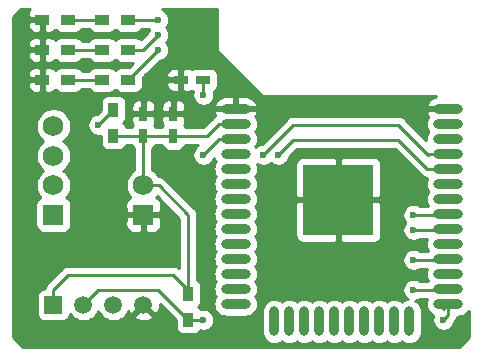
<source format=gbr>
%TF.GenerationSoftware,KiCad,Pcbnew,5.1.10-5.1.10*%
%TF.CreationDate,2021-10-01T00:30:02+02:00*%
%TF.ProjectId,ESP-Logger-HW,4553502d-4c6f-4676-9765-722d48572e6b,rev?*%
%TF.SameCoordinates,Original*%
%TF.FileFunction,Copper,L1,Top*%
%TF.FilePolarity,Positive*%
%FSLAX46Y46*%
G04 Gerber Fmt 4.6, Leading zero omitted, Abs format (unit mm)*
G04 Created by KiCad (PCBNEW 5.1.10-5.1.10) date 2021-10-01 00:30:02*
%MOMM*%
%LPD*%
G01*
G04 APERTURE LIST*
%TA.AperFunction,SMDPad,CuDef*%
%ADD10O,2.500000X0.900000*%
%TD*%
%TA.AperFunction,SMDPad,CuDef*%
%ADD11O,0.900000X2.500000*%
%TD*%
%TA.AperFunction,SMDPad,CuDef*%
%ADD12R,6.000000X6.000000*%
%TD*%
%TA.AperFunction,SMDPad,CuDef*%
%ADD13R,0.750000X1.200000*%
%TD*%
%TA.AperFunction,SMDPad,CuDef*%
%ADD14R,1.200000X0.750000*%
%TD*%
%TA.AperFunction,SMDPad,CuDef*%
%ADD15R,1.200000X0.900000*%
%TD*%
%TA.AperFunction,ComponentPad*%
%ADD16R,1.500000X1.500000*%
%TD*%
%TA.AperFunction,ComponentPad*%
%ADD17C,1.500000*%
%TD*%
%TA.AperFunction,ComponentPad*%
%ADD18C,1.750000*%
%TD*%
%TA.AperFunction,ComponentPad*%
%ADD19R,1.750000X1.750000*%
%TD*%
%TA.AperFunction,SMDPad,CuDef*%
%ADD20R,0.900000X1.200000*%
%TD*%
%TA.AperFunction,ViaPad*%
%ADD21C,0.600000*%
%TD*%
%TA.AperFunction,Conductor*%
%ADD22C,0.250000*%
%TD*%
%TA.AperFunction,Conductor*%
%ADD23C,0.254000*%
%TD*%
%TA.AperFunction,Conductor*%
%ADD24C,0.100000*%
%TD*%
G04 APERTURE END LIST*
D10*
%TO.P,ESP1,38*%
%TO.N,GND*%
X57560000Y-29130000D03*
%TO.P,ESP1,37*%
%TO.N,Net-(ESP1-Pad37)*%
X57560000Y-30400000D03*
%TO.P,ESP1,36*%
%TO.N,Net-(ESP1-Pad36)*%
X57560000Y-31670000D03*
%TO.P,ESP1,35*%
%TO.N,Net-(ESP1-Pad35)*%
X57560000Y-32940000D03*
%TO.P,ESP1,34*%
%TO.N,Net-(ESP1-Pad34)*%
X57560000Y-34210000D03*
%TO.P,ESP1,33*%
%TO.N,Net-(ESP1-Pad33)*%
X57560000Y-35480000D03*
%TO.P,ESP1,32*%
%TO.N,Net-(ESP1-Pad32)*%
X57560000Y-36750000D03*
%TO.P,ESP1,31*%
%TO.N,Net-(D1-Pad2)*%
X57560000Y-38020000D03*
%TO.P,ESP1,30*%
%TO.N,Net-(D2-Pad2)*%
X57560000Y-39290000D03*
%TO.P,ESP1,29*%
%TO.N,Net-(ESP1-Pad29)*%
X57560000Y-40560000D03*
%TO.P,ESP1,28*%
%TO.N,Net-(D3-Pad2)*%
X57560000Y-41830000D03*
%TO.P,ESP1,27*%
%TO.N,Net-(ESP1-Pad27)*%
X57560000Y-43100000D03*
%TO.P,ESP1,26*%
%TO.N,Net-(DHT1-Pad2)*%
X57560000Y-44370000D03*
%TO.P,ESP1,25*%
%TO.N,Net-(ESP1-Pad25)*%
X57560000Y-45640000D03*
D11*
%TO.P,ESP1,24*%
%TO.N,Net-(ESP1-Pad24)*%
X54275000Y-47130000D03*
%TO.P,ESP1,23*%
%TO.N,Net-(ESP1-Pad23)*%
X53005000Y-47130000D03*
%TO.P,ESP1,22*%
%TO.N,Net-(ESP1-Pad22)*%
X51735000Y-47130000D03*
%TO.P,ESP1,21*%
%TO.N,Net-(ESP1-Pad21)*%
X50465000Y-47130000D03*
%TO.P,ESP1,20*%
%TO.N,Net-(ESP1-Pad20)*%
X49195000Y-47130000D03*
%TO.P,ESP1,19*%
%TO.N,Net-(ESP1-Pad19)*%
X47925000Y-47130000D03*
%TO.P,ESP1,18*%
%TO.N,Net-(ESP1-Pad18)*%
X46655000Y-47130000D03*
%TO.P,ESP1,17*%
%TO.N,Net-(ESP1-Pad17)*%
X45385000Y-47130000D03*
%TO.P,ESP1,16*%
%TO.N,Net-(ESP1-Pad16)*%
X44115000Y-47130000D03*
%TO.P,ESP1,15*%
%TO.N,Net-(ESP1-Pad15)*%
X42845000Y-47130000D03*
D10*
%TO.P,ESP1,14*%
%TO.N,Net-(ESP1-Pad14)*%
X39560000Y-45640000D03*
%TO.P,ESP1,13*%
%TO.N,Net-(ESP1-Pad13)*%
X39560000Y-44370000D03*
%TO.P,ESP1,12*%
%TO.N,Net-(ESP1-Pad12)*%
X39560000Y-43100000D03*
%TO.P,ESP1,11*%
%TO.N,Net-(ESP1-Pad11)*%
X39560000Y-41830000D03*
%TO.P,ESP1,10*%
%TO.N,Net-(ESP1-Pad10)*%
X39560000Y-40560000D03*
%TO.P,ESP1,9*%
%TO.N,Net-(ESP1-Pad9)*%
X39560000Y-39290000D03*
%TO.P,ESP1,8*%
%TO.N,Net-(ESP1-Pad8)*%
X39560000Y-38020000D03*
%TO.P,ESP1,7*%
%TO.N,Net-(ESP1-Pad7)*%
X39560000Y-36750000D03*
%TO.P,ESP1,6*%
%TO.N,Net-(ESP1-Pad6)*%
X39560000Y-35480000D03*
%TO.P,ESP1,5*%
%TO.N,Net-(ESP1-Pad5)*%
X39560000Y-34210000D03*
%TO.P,ESP1,4*%
%TO.N,Net-(ESP1-Pad4)*%
X39560000Y-32940000D03*
%TO.P,ESP1,3*%
%TO.N,Net-(C3-Pad1)*%
X39560000Y-31670000D03*
%TO.P,ESP1,2*%
%TO.N,VCC*%
X39560000Y-30400000D03*
%TO.P,ESP1,1*%
%TO.N,GND*%
X39560000Y-29130000D03*
D12*
%TO.P,ESP1,39*%
X48260000Y-36830000D03*
%TD*%
D13*
%TO.P,C1,1*%
%TO.N,VCC*%
X34290000Y-31430000D03*
%TO.P,C1,2*%
%TO.N,GND*%
X34290000Y-29530000D03*
%TD*%
%TO.P,C2,2*%
%TO.N,GND*%
X31750000Y-29530000D03*
%TO.P,C2,1*%
%TO.N,VCC*%
X31750000Y-31430000D03*
%TD*%
D14*
%TO.P,C3,2*%
%TO.N,GND*%
X34930000Y-26670000D03*
%TO.P,C3,1*%
%TO.N,Net-(C3-Pad1)*%
X36830000Y-26670000D03*
%TD*%
D15*
%TO.P,D1,1*%
%TO.N,Net-(D1-Pad1)*%
X28280000Y-21590000D03*
%TO.P,D1,2*%
%TO.N,Net-(D1-Pad2)*%
X30480000Y-21590000D03*
%TD*%
%TO.P,D2,2*%
%TO.N,Net-(D2-Pad2)*%
X30480000Y-24130000D03*
%TO.P,D2,1*%
%TO.N,Net-(D2-Pad1)*%
X28280000Y-24130000D03*
%TD*%
%TO.P,D3,2*%
%TO.N,Net-(D3-Pad2)*%
X30480000Y-26670000D03*
%TO.P,D3,1*%
%TO.N,Net-(D3-Pad1)*%
X28280000Y-26670000D03*
%TD*%
D16*
%TO.P,DHT1,1*%
%TO.N,VCC*%
X24130000Y-45720000D03*
D17*
%TO.P,DHT1,2*%
%TO.N,Net-(DHT1-Pad2)*%
X26670000Y-45720000D03*
%TO.P,DHT1,3*%
%TO.N,Net-(DHT1-Pad3)*%
X29210000Y-45720000D03*
%TO.P,DHT1,4*%
%TO.N,GND*%
X31750000Y-45720000D03*
%TD*%
D18*
%TO.P,J1,4*%
%TO.N,Net-(ESP1-Pad25)*%
X24130000Y-30600000D03*
%TO.P,J1,3*%
%TO.N,Net-(C3-Pad1)*%
X24130000Y-33100000D03*
%TO.P,J1,2*%
%TO.N,Net-(ESP1-Pad35)*%
X24130000Y-35600000D03*
D19*
%TO.P,J1,1*%
%TO.N,Net-(ESP1-Pad34)*%
X24130000Y-38100000D03*
%TD*%
D18*
%TO.P,J2,2*%
%TO.N,VCC*%
X31750000Y-35600000D03*
D19*
%TO.P,J2,1*%
%TO.N,GND*%
X31750000Y-38100000D03*
%TD*%
D20*
%TO.P,R1,2*%
%TO.N,VCC*%
X35560000Y-44790000D03*
%TO.P,R1,1*%
%TO.N,Net-(DHT1-Pad2)*%
X35560000Y-46990000D03*
%TD*%
D15*
%TO.P,R2,1*%
%TO.N,Net-(D1-Pad1)*%
X25400000Y-21590000D03*
%TO.P,R2,2*%
%TO.N,GND*%
X23200000Y-21590000D03*
%TD*%
%TO.P,R3,2*%
%TO.N,GND*%
X23200000Y-24130000D03*
%TO.P,R3,1*%
%TO.N,Net-(D2-Pad1)*%
X25400000Y-24130000D03*
%TD*%
%TO.P,R4,1*%
%TO.N,Net-(D3-Pad1)*%
X25400000Y-26670000D03*
%TO.P,R4,2*%
%TO.N,GND*%
X23200000Y-26670000D03*
%TD*%
D20*
%TO.P,R5,2*%
%TO.N,Net-(C3-Pad1)*%
X29210000Y-29210000D03*
%TO.P,R5,1*%
%TO.N,VCC*%
X29210000Y-31410000D03*
%TD*%
D21*
%TO.N,Net-(DHT1-Pad2)*%
X36830000Y-46990000D03*
X54610000Y-44450000D03*
%TO.N,Net-(ESP1-Pad35)*%
X41910000Y-33020000D03*
%TO.N,Net-(ESP1-Pad34)*%
X43180000Y-33020000D03*
%TO.N,Net-(D1-Pad2)*%
X33020000Y-21590000D03*
X54610000Y-38100000D03*
%TO.N,Net-(D2-Pad2)*%
X33020000Y-22860000D03*
X54610000Y-39370000D03*
%TO.N,Net-(D3-Pad2)*%
X33020000Y-24130000D03*
X54610000Y-41910000D03*
%TO.N,Net-(C3-Pad1)*%
X36830000Y-33020000D03*
X36830000Y-27940000D03*
X27940000Y-30480000D03*
%TO.N,Net-(ESP1-Pad25)*%
X57150000Y-46990000D03*
%TD*%
D22*
%TO.N,VCC*%
X31750000Y-35600000D02*
X31750000Y-31430000D01*
X35560000Y-44790000D02*
X35560000Y-44450000D01*
X35560000Y-44450000D02*
X34290000Y-43180000D01*
X34290000Y-43180000D02*
X25400000Y-43180000D01*
X24130000Y-44450000D02*
X24130000Y-45720000D01*
X25400000Y-43180000D02*
X24130000Y-44450000D01*
X35560000Y-44790000D02*
X35560000Y-38100000D01*
X33060000Y-35600000D02*
X31750000Y-35600000D01*
X35560000Y-38100000D02*
X33060000Y-35600000D01*
X38180000Y-30400000D02*
X39560000Y-30400000D01*
X37150000Y-31430000D02*
X38180000Y-30400000D01*
X35880000Y-31430000D02*
X37150000Y-31430000D01*
X34290000Y-31430000D02*
X35880000Y-31430000D01*
X31750000Y-31430000D02*
X33340000Y-31430000D01*
X33340000Y-31430000D02*
X34290000Y-31430000D01*
X31730000Y-31410000D02*
X31750000Y-31430000D01*
X29210000Y-31410000D02*
X31730000Y-31410000D01*
%TO.N,Net-(DHT1-Pad2)*%
X33020000Y-44450000D02*
X27940000Y-44450000D01*
X27940000Y-44450000D02*
X26670000Y-45720000D01*
X35560000Y-46990000D02*
X33020000Y-44450000D01*
X35560000Y-46990000D02*
X36830000Y-46990000D01*
X57480000Y-44450000D02*
X57560000Y-44370000D01*
X54610000Y-44450000D02*
X57480000Y-44450000D01*
%TO.N,GND*%
X34290000Y-29530000D02*
X34290000Y-29210000D01*
X39480000Y-29210000D02*
X39560000Y-29130000D01*
%TO.N,Net-(ESP1-Pad35)*%
X41910000Y-33020000D02*
X44450000Y-30480000D01*
X44450000Y-30480000D02*
X53340000Y-30480000D01*
X53340000Y-30480000D02*
X55880000Y-33020000D01*
X55960000Y-32940000D02*
X57560000Y-32940000D01*
X55880000Y-33020000D02*
X55960000Y-32940000D01*
%TO.N,Net-(ESP1-Pad34)*%
X43180000Y-33020000D02*
X44450000Y-31750000D01*
X44450000Y-31750000D02*
X53340000Y-31750000D01*
X55800000Y-34210000D02*
X57560000Y-34210000D01*
X53340000Y-31750000D02*
X55800000Y-34210000D01*
%TO.N,Net-(D1-Pad1)*%
X25400000Y-21590000D02*
X27940000Y-21590000D01*
X27940000Y-21590000D02*
X28280000Y-21590000D01*
%TO.N,Net-(D1-Pad2)*%
X30480000Y-21590000D02*
X33020000Y-21590000D01*
X57480000Y-38100000D02*
X57560000Y-38020000D01*
X54610000Y-38100000D02*
X57480000Y-38100000D01*
%TO.N,Net-(D2-Pad1)*%
X25400000Y-24130000D02*
X28280000Y-24130000D01*
%TO.N,Net-(D2-Pad2)*%
X31750000Y-24130000D02*
X33020000Y-22860000D01*
X30480000Y-24130000D02*
X31750000Y-24130000D01*
X57480000Y-39370000D02*
X57560000Y-39290000D01*
X54610000Y-39370000D02*
X57480000Y-39370000D01*
%TO.N,Net-(D3-Pad1)*%
X25400000Y-26670000D02*
X28280000Y-26670000D01*
%TO.N,Net-(D3-Pad2)*%
X30480000Y-26670000D02*
X33020000Y-24130000D01*
X57480000Y-41910000D02*
X57560000Y-41830000D01*
X54610000Y-41910000D02*
X57480000Y-41910000D01*
%TO.N,Net-(C3-Pad1)*%
X39480000Y-31750000D02*
X39560000Y-31670000D01*
X38180000Y-31670000D02*
X39560000Y-31670000D01*
X36830000Y-33020000D02*
X38180000Y-31670000D01*
X36830000Y-27940000D02*
X36830000Y-26670000D01*
X29210000Y-29210000D02*
X27940000Y-30480000D01*
%TO.N,Net-(ESP1-Pad25)*%
X57150000Y-46050000D02*
X57560000Y-45640000D01*
X57560000Y-46580000D02*
X57150000Y-46990000D01*
X57560000Y-45640000D02*
X57560000Y-46580000D01*
%TD*%
D23*
%TO.N,GND*%
X22069463Y-20785506D02*
X22010498Y-20895820D01*
X21974188Y-21015518D01*
X21961928Y-21140000D01*
X21965000Y-21304250D01*
X22123750Y-21463000D01*
X23073000Y-21463000D01*
X23073000Y-21443000D01*
X23327000Y-21443000D01*
X23327000Y-21463000D01*
X23347000Y-21463000D01*
X23347000Y-21717000D01*
X23327000Y-21717000D01*
X23327000Y-22516250D01*
X23485750Y-22675000D01*
X23800000Y-22678072D01*
X23924482Y-22665812D01*
X24044180Y-22629502D01*
X24154494Y-22570537D01*
X24251185Y-22491185D01*
X24300000Y-22431704D01*
X24348815Y-22491185D01*
X24445506Y-22570537D01*
X24555820Y-22629502D01*
X24675518Y-22665812D01*
X24800000Y-22678072D01*
X26000000Y-22678072D01*
X26124482Y-22665812D01*
X26244180Y-22629502D01*
X26354494Y-22570537D01*
X26451185Y-22491185D01*
X26530537Y-22394494D01*
X26554320Y-22350000D01*
X27125680Y-22350000D01*
X27149463Y-22394494D01*
X27228815Y-22491185D01*
X27325506Y-22570537D01*
X27435820Y-22629502D01*
X27555518Y-22665812D01*
X27680000Y-22678072D01*
X28880000Y-22678072D01*
X29004482Y-22665812D01*
X29124180Y-22629502D01*
X29234494Y-22570537D01*
X29331185Y-22491185D01*
X29380000Y-22431704D01*
X29428815Y-22491185D01*
X29525506Y-22570537D01*
X29635820Y-22629502D01*
X29755518Y-22665812D01*
X29880000Y-22678072D01*
X31080000Y-22678072D01*
X31204482Y-22665812D01*
X31324180Y-22629502D01*
X31434494Y-22570537D01*
X31531185Y-22491185D01*
X31610537Y-22394494D01*
X31634320Y-22350000D01*
X32236256Y-22350000D01*
X32191414Y-22417111D01*
X32120932Y-22587271D01*
X32096847Y-22708351D01*
X31551558Y-23253640D01*
X31531185Y-23228815D01*
X31434494Y-23149463D01*
X31324180Y-23090498D01*
X31204482Y-23054188D01*
X31080000Y-23041928D01*
X29880000Y-23041928D01*
X29755518Y-23054188D01*
X29635820Y-23090498D01*
X29525506Y-23149463D01*
X29428815Y-23228815D01*
X29380000Y-23288296D01*
X29331185Y-23228815D01*
X29234494Y-23149463D01*
X29124180Y-23090498D01*
X29004482Y-23054188D01*
X28880000Y-23041928D01*
X27680000Y-23041928D01*
X27555518Y-23054188D01*
X27435820Y-23090498D01*
X27325506Y-23149463D01*
X27228815Y-23228815D01*
X27149463Y-23325506D01*
X27125680Y-23370000D01*
X26554320Y-23370000D01*
X26530537Y-23325506D01*
X26451185Y-23228815D01*
X26354494Y-23149463D01*
X26244180Y-23090498D01*
X26124482Y-23054188D01*
X26000000Y-23041928D01*
X24800000Y-23041928D01*
X24675518Y-23054188D01*
X24555820Y-23090498D01*
X24445506Y-23149463D01*
X24348815Y-23228815D01*
X24300000Y-23288296D01*
X24251185Y-23228815D01*
X24154494Y-23149463D01*
X24044180Y-23090498D01*
X23924482Y-23054188D01*
X23800000Y-23041928D01*
X23485750Y-23045000D01*
X23327000Y-23203750D01*
X23327000Y-24003000D01*
X23347000Y-24003000D01*
X23347000Y-24257000D01*
X23327000Y-24257000D01*
X23327000Y-25056250D01*
X23485750Y-25215000D01*
X23800000Y-25218072D01*
X23924482Y-25205812D01*
X24044180Y-25169502D01*
X24154494Y-25110537D01*
X24251185Y-25031185D01*
X24300000Y-24971704D01*
X24348815Y-25031185D01*
X24445506Y-25110537D01*
X24555820Y-25169502D01*
X24675518Y-25205812D01*
X24800000Y-25218072D01*
X26000000Y-25218072D01*
X26124482Y-25205812D01*
X26244180Y-25169502D01*
X26354494Y-25110537D01*
X26451185Y-25031185D01*
X26530537Y-24934494D01*
X26554320Y-24890000D01*
X27125680Y-24890000D01*
X27149463Y-24934494D01*
X27228815Y-25031185D01*
X27325506Y-25110537D01*
X27435820Y-25169502D01*
X27555518Y-25205812D01*
X27680000Y-25218072D01*
X28880000Y-25218072D01*
X29004482Y-25205812D01*
X29124180Y-25169502D01*
X29234494Y-25110537D01*
X29331185Y-25031185D01*
X29380000Y-24971704D01*
X29428815Y-25031185D01*
X29525506Y-25110537D01*
X29635820Y-25169502D01*
X29755518Y-25205812D01*
X29880000Y-25218072D01*
X30857126Y-25218072D01*
X30493271Y-25581928D01*
X29880000Y-25581928D01*
X29755518Y-25594188D01*
X29635820Y-25630498D01*
X29525506Y-25689463D01*
X29428815Y-25768815D01*
X29380000Y-25828296D01*
X29331185Y-25768815D01*
X29234494Y-25689463D01*
X29124180Y-25630498D01*
X29004482Y-25594188D01*
X28880000Y-25581928D01*
X27680000Y-25581928D01*
X27555518Y-25594188D01*
X27435820Y-25630498D01*
X27325506Y-25689463D01*
X27228815Y-25768815D01*
X27149463Y-25865506D01*
X27125680Y-25910000D01*
X26554320Y-25910000D01*
X26530537Y-25865506D01*
X26451185Y-25768815D01*
X26354494Y-25689463D01*
X26244180Y-25630498D01*
X26124482Y-25594188D01*
X26000000Y-25581928D01*
X24800000Y-25581928D01*
X24675518Y-25594188D01*
X24555820Y-25630498D01*
X24445506Y-25689463D01*
X24348815Y-25768815D01*
X24300000Y-25828296D01*
X24251185Y-25768815D01*
X24154494Y-25689463D01*
X24044180Y-25630498D01*
X23924482Y-25594188D01*
X23800000Y-25581928D01*
X23485750Y-25585000D01*
X23327000Y-25743750D01*
X23327000Y-26543000D01*
X23347000Y-26543000D01*
X23347000Y-26797000D01*
X23327000Y-26797000D01*
X23327000Y-27596250D01*
X23485750Y-27755000D01*
X23800000Y-27758072D01*
X23924482Y-27745812D01*
X24044180Y-27709502D01*
X24154494Y-27650537D01*
X24251185Y-27571185D01*
X24300000Y-27511704D01*
X24348815Y-27571185D01*
X24445506Y-27650537D01*
X24555820Y-27709502D01*
X24675518Y-27745812D01*
X24800000Y-27758072D01*
X26000000Y-27758072D01*
X26124482Y-27745812D01*
X26244180Y-27709502D01*
X26354494Y-27650537D01*
X26451185Y-27571185D01*
X26530537Y-27474494D01*
X26554320Y-27430000D01*
X27125680Y-27430000D01*
X27149463Y-27474494D01*
X27228815Y-27571185D01*
X27325506Y-27650537D01*
X27435820Y-27709502D01*
X27555518Y-27745812D01*
X27680000Y-27758072D01*
X28880000Y-27758072D01*
X29004482Y-27745812D01*
X29124180Y-27709502D01*
X29234494Y-27650537D01*
X29331185Y-27571185D01*
X29380000Y-27511704D01*
X29428815Y-27571185D01*
X29525506Y-27650537D01*
X29635820Y-27709502D01*
X29755518Y-27745812D01*
X29880000Y-27758072D01*
X31080000Y-27758072D01*
X31204482Y-27745812D01*
X31324180Y-27709502D01*
X31434494Y-27650537D01*
X31531185Y-27571185D01*
X31610537Y-27474494D01*
X31669502Y-27364180D01*
X31705812Y-27244482D01*
X31718072Y-27120000D01*
X31718072Y-27045000D01*
X33691928Y-27045000D01*
X33704188Y-27169482D01*
X33740498Y-27289180D01*
X33799463Y-27399494D01*
X33878815Y-27496185D01*
X33975506Y-27575537D01*
X34085820Y-27634502D01*
X34205518Y-27670812D01*
X34330000Y-27683072D01*
X34644250Y-27680000D01*
X34803000Y-27521250D01*
X34803000Y-26797000D01*
X33853750Y-26797000D01*
X33695000Y-26955750D01*
X33691928Y-27045000D01*
X31718072Y-27045000D01*
X31718072Y-26506730D01*
X31929802Y-26295000D01*
X33691928Y-26295000D01*
X33695000Y-26384250D01*
X33853750Y-26543000D01*
X34803000Y-26543000D01*
X34803000Y-25818750D01*
X35057000Y-25818750D01*
X35057000Y-26543000D01*
X35077000Y-26543000D01*
X35077000Y-26797000D01*
X35057000Y-26797000D01*
X35057000Y-27521250D01*
X35215750Y-27680000D01*
X35530000Y-27683072D01*
X35654482Y-27670812D01*
X35774180Y-27634502D01*
X35880000Y-27577939D01*
X35951994Y-27616422D01*
X35930932Y-27667271D01*
X35895000Y-27847911D01*
X35895000Y-28032089D01*
X35930932Y-28212729D01*
X36001414Y-28382889D01*
X36103738Y-28536028D01*
X36233972Y-28666262D01*
X36387111Y-28768586D01*
X36557271Y-28839068D01*
X36737911Y-28875000D01*
X36922089Y-28875000D01*
X37102729Y-28839068D01*
X37110138Y-28835999D01*
X37715592Y-28835999D01*
X37842498Y-29003000D01*
X39433000Y-29003000D01*
X39433000Y-28045000D01*
X39687000Y-28045000D01*
X39687000Y-29003000D01*
X41277502Y-29003000D01*
X41404408Y-28835999D01*
X41332702Y-28632803D01*
X41217014Y-28452592D01*
X41068391Y-28298413D01*
X40892545Y-28176191D01*
X40696233Y-28090624D01*
X40487000Y-28045000D01*
X39687000Y-28045000D01*
X39433000Y-28045000D01*
X38633000Y-28045000D01*
X38423767Y-28090624D01*
X38227455Y-28176191D01*
X38051609Y-28298413D01*
X37902986Y-28452592D01*
X37787298Y-28632803D01*
X37715592Y-28835999D01*
X37110138Y-28835999D01*
X37272889Y-28768586D01*
X37426028Y-28666262D01*
X37556262Y-28536028D01*
X37658586Y-28382889D01*
X37729068Y-28212729D01*
X37765000Y-28032089D01*
X37765000Y-27847911D01*
X37729068Y-27667271D01*
X37708006Y-27616422D01*
X37784494Y-27575537D01*
X37881185Y-27496185D01*
X37960537Y-27399494D01*
X38019502Y-27289180D01*
X38055812Y-27169482D01*
X38068072Y-27045000D01*
X38068072Y-26295000D01*
X38055812Y-26170518D01*
X38019502Y-26050820D01*
X37960537Y-25940506D01*
X37881185Y-25843815D01*
X37784494Y-25764463D01*
X37674180Y-25705498D01*
X37554482Y-25669188D01*
X37430000Y-25656928D01*
X36230000Y-25656928D01*
X36105518Y-25669188D01*
X35985820Y-25705498D01*
X35880000Y-25762061D01*
X35774180Y-25705498D01*
X35654482Y-25669188D01*
X35530000Y-25656928D01*
X35215750Y-25660000D01*
X35057000Y-25818750D01*
X34803000Y-25818750D01*
X34644250Y-25660000D01*
X34330000Y-25656928D01*
X34205518Y-25669188D01*
X34085820Y-25705498D01*
X33975506Y-25764463D01*
X33878815Y-25843815D01*
X33799463Y-25940506D01*
X33740498Y-26050820D01*
X33704188Y-26170518D01*
X33691928Y-26295000D01*
X31929802Y-26295000D01*
X33171650Y-25053152D01*
X33292729Y-25029068D01*
X33462889Y-24958586D01*
X33616028Y-24856262D01*
X33746262Y-24726028D01*
X33848586Y-24572889D01*
X33919068Y-24402729D01*
X33955000Y-24222089D01*
X33955000Y-24037911D01*
X33919068Y-23857271D01*
X33848586Y-23687111D01*
X33746262Y-23533972D01*
X33707290Y-23495000D01*
X33746262Y-23456028D01*
X33848586Y-23302889D01*
X33919068Y-23132729D01*
X33955000Y-22952089D01*
X33955000Y-22767911D01*
X33919068Y-22587271D01*
X33848586Y-22417111D01*
X33746262Y-22263972D01*
X33707290Y-22225000D01*
X33746262Y-22186028D01*
X33848586Y-22032889D01*
X33919068Y-21862729D01*
X33955000Y-21682089D01*
X33955000Y-21497911D01*
X33919068Y-21317271D01*
X33848586Y-21147111D01*
X33746262Y-20993972D01*
X33616028Y-20863738D01*
X33462889Y-20761414D01*
X33338764Y-20710000D01*
X37973000Y-20710000D01*
X37973000Y-24130000D01*
X37975440Y-24154776D01*
X37982667Y-24178601D01*
X37994403Y-24200557D01*
X38010197Y-24219803D01*
X41820197Y-28029803D01*
X41839443Y-28045597D01*
X41861399Y-28057333D01*
X41885224Y-28064560D01*
X41910000Y-28067000D01*
X56532107Y-28067000D01*
X56423767Y-28090624D01*
X56227455Y-28176191D01*
X56051609Y-28298413D01*
X55902986Y-28452592D01*
X55787298Y-28632803D01*
X55715592Y-28835999D01*
X55842498Y-29003000D01*
X57433000Y-29003000D01*
X57433000Y-28983000D01*
X57687000Y-28983000D01*
X57687000Y-29003000D01*
X57707000Y-29003000D01*
X57707000Y-29257000D01*
X57687000Y-29257000D01*
X57687000Y-29277000D01*
X57433000Y-29277000D01*
X57433000Y-29257000D01*
X55842498Y-29257000D01*
X55715592Y-29424001D01*
X55787298Y-29627197D01*
X55876537Y-29766208D01*
X55853491Y-29794290D01*
X55752741Y-29982780D01*
X55690700Y-30187303D01*
X55669751Y-30400000D01*
X55690700Y-30612697D01*
X55752741Y-30817220D01*
X55853491Y-31005710D01*
X55877529Y-31035000D01*
X55853491Y-31064290D01*
X55752741Y-31252780D01*
X55690700Y-31457303D01*
X55669751Y-31670000D01*
X55676847Y-31742044D01*
X53903804Y-29969003D01*
X53880001Y-29939999D01*
X53764276Y-29845026D01*
X53632247Y-29774454D01*
X53488986Y-29730997D01*
X53377333Y-29720000D01*
X53377322Y-29720000D01*
X53340000Y-29716324D01*
X53302678Y-29720000D01*
X44487322Y-29720000D01*
X44449999Y-29716324D01*
X44412676Y-29720000D01*
X44412667Y-29720000D01*
X44301014Y-29730997D01*
X44157753Y-29774454D01*
X44025724Y-29845026D01*
X44025722Y-29845027D01*
X44025723Y-29845027D01*
X43938996Y-29916201D01*
X43938992Y-29916205D01*
X43909999Y-29939999D01*
X43886205Y-29968992D01*
X41758351Y-32096847D01*
X41637271Y-32120932D01*
X41467111Y-32191414D01*
X41313972Y-32293738D01*
X41268916Y-32338794D01*
X41266509Y-32334290D01*
X41242471Y-32305000D01*
X41266509Y-32275710D01*
X41367259Y-32087220D01*
X41429300Y-31882697D01*
X41450249Y-31670000D01*
X41429300Y-31457303D01*
X41367259Y-31252780D01*
X41266509Y-31064290D01*
X41242471Y-31035000D01*
X41266509Y-31005710D01*
X41367259Y-30817220D01*
X41429300Y-30612697D01*
X41450249Y-30400000D01*
X41429300Y-30187303D01*
X41367259Y-29982780D01*
X41266509Y-29794290D01*
X41243463Y-29766208D01*
X41332702Y-29627197D01*
X41404408Y-29424001D01*
X41277502Y-29257000D01*
X39687000Y-29257000D01*
X39687000Y-29277000D01*
X39433000Y-29277000D01*
X39433000Y-29257000D01*
X37842498Y-29257000D01*
X37715592Y-29424001D01*
X37787298Y-29627197D01*
X37845107Y-29717249D01*
X37755723Y-29765026D01*
X37672083Y-29833668D01*
X37639999Y-29859999D01*
X37616201Y-29888997D01*
X36835199Y-30670000D01*
X35280038Y-30670000D01*
X35254502Y-30585820D01*
X35197939Y-30480000D01*
X35254502Y-30374180D01*
X35290812Y-30254482D01*
X35303072Y-30130000D01*
X35300000Y-29815750D01*
X35141250Y-29657000D01*
X34417000Y-29657000D01*
X34417000Y-29677000D01*
X34163000Y-29677000D01*
X34163000Y-29657000D01*
X33438750Y-29657000D01*
X33280000Y-29815750D01*
X33276928Y-30130000D01*
X33289188Y-30254482D01*
X33325498Y-30374180D01*
X33382061Y-30480000D01*
X33325498Y-30585820D01*
X33299962Y-30670000D01*
X32740038Y-30670000D01*
X32714502Y-30585820D01*
X32657939Y-30480000D01*
X32714502Y-30374180D01*
X32750812Y-30254482D01*
X32763072Y-30130000D01*
X32760000Y-29815750D01*
X32601250Y-29657000D01*
X31877000Y-29657000D01*
X31877000Y-29677000D01*
X31623000Y-29677000D01*
X31623000Y-29657000D01*
X30898750Y-29657000D01*
X30740000Y-29815750D01*
X30736928Y-30130000D01*
X30749188Y-30254482D01*
X30785498Y-30374180D01*
X30842061Y-30480000D01*
X30785498Y-30585820D01*
X30766029Y-30650000D01*
X30275038Y-30650000D01*
X30249502Y-30565820D01*
X30190537Y-30455506D01*
X30111185Y-30358815D01*
X30051704Y-30310000D01*
X30111185Y-30261185D01*
X30190537Y-30164494D01*
X30249502Y-30054180D01*
X30285812Y-29934482D01*
X30298072Y-29810000D01*
X30298072Y-28930000D01*
X30736928Y-28930000D01*
X30740000Y-29244250D01*
X30898750Y-29403000D01*
X31623000Y-29403000D01*
X31623000Y-28453750D01*
X31877000Y-28453750D01*
X31877000Y-29403000D01*
X32601250Y-29403000D01*
X32760000Y-29244250D01*
X32763072Y-28930000D01*
X33276928Y-28930000D01*
X33280000Y-29244250D01*
X33438750Y-29403000D01*
X34163000Y-29403000D01*
X34163000Y-28453750D01*
X34417000Y-28453750D01*
X34417000Y-29403000D01*
X35141250Y-29403000D01*
X35300000Y-29244250D01*
X35303072Y-28930000D01*
X35290812Y-28805518D01*
X35254502Y-28685820D01*
X35195537Y-28575506D01*
X35116185Y-28478815D01*
X35019494Y-28399463D01*
X34909180Y-28340498D01*
X34789482Y-28304188D01*
X34665000Y-28291928D01*
X34575750Y-28295000D01*
X34417000Y-28453750D01*
X34163000Y-28453750D01*
X34004250Y-28295000D01*
X33915000Y-28291928D01*
X33790518Y-28304188D01*
X33670820Y-28340498D01*
X33560506Y-28399463D01*
X33463815Y-28478815D01*
X33384463Y-28575506D01*
X33325498Y-28685820D01*
X33289188Y-28805518D01*
X33276928Y-28930000D01*
X32763072Y-28930000D01*
X32750812Y-28805518D01*
X32714502Y-28685820D01*
X32655537Y-28575506D01*
X32576185Y-28478815D01*
X32479494Y-28399463D01*
X32369180Y-28340498D01*
X32249482Y-28304188D01*
X32125000Y-28291928D01*
X32035750Y-28295000D01*
X31877000Y-28453750D01*
X31623000Y-28453750D01*
X31464250Y-28295000D01*
X31375000Y-28291928D01*
X31250518Y-28304188D01*
X31130820Y-28340498D01*
X31020506Y-28399463D01*
X30923815Y-28478815D01*
X30844463Y-28575506D01*
X30785498Y-28685820D01*
X30749188Y-28805518D01*
X30736928Y-28930000D01*
X30298072Y-28930000D01*
X30298072Y-28610000D01*
X30285812Y-28485518D01*
X30249502Y-28365820D01*
X30190537Y-28255506D01*
X30111185Y-28158815D01*
X30014494Y-28079463D01*
X29904180Y-28020498D01*
X29784482Y-27984188D01*
X29660000Y-27971928D01*
X28760000Y-27971928D01*
X28635518Y-27984188D01*
X28515820Y-28020498D01*
X28405506Y-28079463D01*
X28308815Y-28158815D01*
X28229463Y-28255506D01*
X28170498Y-28365820D01*
X28134188Y-28485518D01*
X28121928Y-28610000D01*
X28121928Y-29223270D01*
X27788351Y-29556847D01*
X27667271Y-29580932D01*
X27497111Y-29651414D01*
X27343972Y-29753738D01*
X27213738Y-29883972D01*
X27111414Y-30037111D01*
X27040932Y-30207271D01*
X27005000Y-30387911D01*
X27005000Y-30572089D01*
X27040932Y-30752729D01*
X27111414Y-30922889D01*
X27213738Y-31076028D01*
X27343972Y-31206262D01*
X27497111Y-31308586D01*
X27667271Y-31379068D01*
X27847911Y-31415000D01*
X28032089Y-31415000D01*
X28121928Y-31397130D01*
X28121928Y-32010000D01*
X28134188Y-32134482D01*
X28170498Y-32254180D01*
X28229463Y-32364494D01*
X28308815Y-32461185D01*
X28405506Y-32540537D01*
X28515820Y-32599502D01*
X28635518Y-32635812D01*
X28760000Y-32648072D01*
X29660000Y-32648072D01*
X29784482Y-32635812D01*
X29904180Y-32599502D01*
X30014494Y-32540537D01*
X30111185Y-32461185D01*
X30190537Y-32364494D01*
X30249502Y-32254180D01*
X30275038Y-32170000D01*
X30753895Y-32170000D01*
X30785498Y-32274180D01*
X30844463Y-32384494D01*
X30923815Y-32481185D01*
X30990001Y-32535502D01*
X30990000Y-34291755D01*
X30787431Y-34427107D01*
X30577107Y-34637431D01*
X30411856Y-34884747D01*
X30298029Y-35159549D01*
X30240000Y-35451278D01*
X30240000Y-35748722D01*
X30298029Y-36040451D01*
X30411856Y-36315253D01*
X30577107Y-36562569D01*
X30645564Y-36631026D01*
X30630820Y-36635498D01*
X30520506Y-36694463D01*
X30423815Y-36773815D01*
X30344463Y-36870506D01*
X30285498Y-36980820D01*
X30249188Y-37100518D01*
X30236928Y-37225000D01*
X30240000Y-37814250D01*
X30398750Y-37973000D01*
X31623000Y-37973000D01*
X31623000Y-37953000D01*
X31877000Y-37953000D01*
X31877000Y-37973000D01*
X33101250Y-37973000D01*
X33260000Y-37814250D01*
X33263072Y-37225000D01*
X33250812Y-37100518D01*
X33214502Y-36980820D01*
X33155537Y-36870506D01*
X33076185Y-36773815D01*
X32979494Y-36694463D01*
X32869180Y-36635498D01*
X32854436Y-36631026D01*
X32922893Y-36562569D01*
X32932856Y-36547658D01*
X34800001Y-38414803D01*
X34800000Y-42615378D01*
X34714276Y-42545026D01*
X34582247Y-42474454D01*
X34438986Y-42430997D01*
X34327333Y-42420000D01*
X34327322Y-42420000D01*
X34290000Y-42416324D01*
X34252678Y-42420000D01*
X25437322Y-42420000D01*
X25399999Y-42416324D01*
X25362676Y-42420000D01*
X25362667Y-42420000D01*
X25251014Y-42430997D01*
X25107753Y-42474454D01*
X24975724Y-42545026D01*
X24859999Y-42639999D01*
X24836201Y-42668997D01*
X23619003Y-43886196D01*
X23589999Y-43909999D01*
X23560681Y-43945724D01*
X23495026Y-44025724D01*
X23424695Y-44157303D01*
X23424454Y-44157754D01*
X23380997Y-44301015D01*
X23377932Y-44332132D01*
X23255518Y-44344188D01*
X23135820Y-44380498D01*
X23025506Y-44439463D01*
X22928815Y-44518815D01*
X22849463Y-44615506D01*
X22790498Y-44725820D01*
X22754188Y-44845518D01*
X22741928Y-44970000D01*
X22741928Y-46470000D01*
X22754188Y-46594482D01*
X22790498Y-46714180D01*
X22849463Y-46824494D01*
X22928815Y-46921185D01*
X23025506Y-47000537D01*
X23135820Y-47059502D01*
X23255518Y-47095812D01*
X23380000Y-47108072D01*
X24880000Y-47108072D01*
X25004482Y-47095812D01*
X25124180Y-47059502D01*
X25234494Y-47000537D01*
X25331185Y-46921185D01*
X25410537Y-46824494D01*
X25469502Y-46714180D01*
X25505812Y-46594482D01*
X25516445Y-46486517D01*
X25594201Y-46602886D01*
X25787114Y-46795799D01*
X26013957Y-46947371D01*
X26266011Y-47051775D01*
X26533589Y-47105000D01*
X26806411Y-47105000D01*
X27073989Y-47051775D01*
X27326043Y-46947371D01*
X27552886Y-46795799D01*
X27745799Y-46602886D01*
X27897371Y-46376043D01*
X27940000Y-46273127D01*
X27982629Y-46376043D01*
X28134201Y-46602886D01*
X28327114Y-46795799D01*
X28553957Y-46947371D01*
X28806011Y-47051775D01*
X29073589Y-47105000D01*
X29346411Y-47105000D01*
X29613989Y-47051775D01*
X29866043Y-46947371D01*
X30092886Y-46795799D01*
X30211692Y-46676993D01*
X30972612Y-46676993D01*
X31038137Y-46915860D01*
X31285116Y-47031760D01*
X31549960Y-47097250D01*
X31822492Y-47109812D01*
X32092238Y-47068965D01*
X32348832Y-46976277D01*
X32461863Y-46915860D01*
X32527388Y-46676993D01*
X31750000Y-45899605D01*
X30972612Y-46676993D01*
X30211692Y-46676993D01*
X30285799Y-46602886D01*
X30437371Y-46376043D01*
X30478511Y-46276721D01*
X30493723Y-46318832D01*
X30554140Y-46431863D01*
X30793007Y-46497388D01*
X31570395Y-45720000D01*
X31556253Y-45705858D01*
X31735858Y-45526253D01*
X31750000Y-45540395D01*
X31764143Y-45526253D01*
X31943748Y-45705858D01*
X31929605Y-45720000D01*
X32706993Y-46497388D01*
X32945860Y-46431863D01*
X33061760Y-46184884D01*
X33127250Y-45920040D01*
X33139812Y-45647508D01*
X33139295Y-45644097D01*
X34471928Y-46976731D01*
X34471928Y-47590000D01*
X34484188Y-47714482D01*
X34520498Y-47834180D01*
X34579463Y-47944494D01*
X34658815Y-48041185D01*
X34755506Y-48120537D01*
X34865820Y-48179502D01*
X34985518Y-48215812D01*
X35110000Y-48228072D01*
X36010000Y-48228072D01*
X36134482Y-48215812D01*
X36254180Y-48179502D01*
X36364494Y-48120537D01*
X36461185Y-48041185D01*
X36540537Y-47944494D01*
X36568924Y-47891386D01*
X36737911Y-47925000D01*
X36922089Y-47925000D01*
X37102729Y-47889068D01*
X37272889Y-47818586D01*
X37426028Y-47716262D01*
X37556262Y-47586028D01*
X37658586Y-47432889D01*
X37729068Y-47262729D01*
X37765000Y-47082089D01*
X37765000Y-46897911D01*
X37729068Y-46717271D01*
X37658586Y-46547111D01*
X37556262Y-46393972D01*
X37426028Y-46263738D01*
X37272889Y-46161414D01*
X37102729Y-46090932D01*
X36922089Y-46055000D01*
X36737911Y-46055000D01*
X36568924Y-46088614D01*
X36540537Y-46035506D01*
X36461185Y-45938815D01*
X36401704Y-45890000D01*
X36461185Y-45841185D01*
X36540537Y-45744494D01*
X36599502Y-45634180D01*
X36635812Y-45514482D01*
X36648072Y-45390000D01*
X36648072Y-44190000D01*
X36635812Y-44065518D01*
X36599502Y-43945820D01*
X36540537Y-43835506D01*
X36461185Y-43738815D01*
X36364494Y-43659463D01*
X36320000Y-43635680D01*
X36320000Y-38137323D01*
X36323676Y-38100000D01*
X36320000Y-38062677D01*
X36320000Y-38062667D01*
X36309003Y-37951014D01*
X36265546Y-37807753D01*
X36222785Y-37727754D01*
X36194974Y-37675723D01*
X36123799Y-37588997D01*
X36100001Y-37559999D01*
X36071003Y-37536201D01*
X33623804Y-35089003D01*
X33600001Y-35059999D01*
X33484276Y-34965026D01*
X33352247Y-34894454D01*
X33208986Y-34850997D01*
X33097333Y-34840000D01*
X33097322Y-34840000D01*
X33060000Y-34836324D01*
X33056049Y-34836713D01*
X32922893Y-34637431D01*
X32712569Y-34427107D01*
X32510000Y-34291755D01*
X32510000Y-32535501D01*
X32576185Y-32481185D01*
X32655537Y-32384494D01*
X32714502Y-32274180D01*
X32740038Y-32190000D01*
X33299962Y-32190000D01*
X33325498Y-32274180D01*
X33384463Y-32384494D01*
X33463815Y-32481185D01*
X33560506Y-32560537D01*
X33670820Y-32619502D01*
X33790518Y-32655812D01*
X33915000Y-32668072D01*
X34665000Y-32668072D01*
X34789482Y-32655812D01*
X34909180Y-32619502D01*
X35019494Y-32560537D01*
X35116185Y-32481185D01*
X35195537Y-32384494D01*
X35254502Y-32274180D01*
X35280038Y-32190000D01*
X36390525Y-32190000D01*
X36387111Y-32191414D01*
X36233972Y-32293738D01*
X36103738Y-32423972D01*
X36001414Y-32577111D01*
X35930932Y-32747271D01*
X35895000Y-32927911D01*
X35895000Y-33112089D01*
X35930932Y-33292729D01*
X36001414Y-33462889D01*
X36103738Y-33616028D01*
X36233972Y-33746262D01*
X36387111Y-33848586D01*
X36557271Y-33919068D01*
X36737911Y-33955000D01*
X36922089Y-33955000D01*
X37102729Y-33919068D01*
X37272889Y-33848586D01*
X37426028Y-33746262D01*
X37556262Y-33616028D01*
X37658586Y-33462889D01*
X37729068Y-33292729D01*
X37730696Y-33284546D01*
X37752741Y-33357220D01*
X37853491Y-33545710D01*
X37877529Y-33575000D01*
X37853491Y-33604290D01*
X37752741Y-33792780D01*
X37690700Y-33997303D01*
X37669751Y-34210000D01*
X37690700Y-34422697D01*
X37752741Y-34627220D01*
X37853491Y-34815710D01*
X37877529Y-34845000D01*
X37853491Y-34874290D01*
X37752741Y-35062780D01*
X37690700Y-35267303D01*
X37669751Y-35480000D01*
X37690700Y-35692697D01*
X37752741Y-35897220D01*
X37853491Y-36085710D01*
X37877529Y-36115000D01*
X37853491Y-36144290D01*
X37752741Y-36332780D01*
X37690700Y-36537303D01*
X37669751Y-36750000D01*
X37690700Y-36962697D01*
X37752741Y-37167220D01*
X37853491Y-37355710D01*
X37877529Y-37385000D01*
X37853491Y-37414290D01*
X37752741Y-37602780D01*
X37690700Y-37807303D01*
X37669751Y-38020000D01*
X37690700Y-38232697D01*
X37752741Y-38437220D01*
X37853491Y-38625710D01*
X37877529Y-38655000D01*
X37853491Y-38684290D01*
X37752741Y-38872780D01*
X37690700Y-39077303D01*
X37669751Y-39290000D01*
X37690700Y-39502697D01*
X37752741Y-39707220D01*
X37853491Y-39895710D01*
X37877529Y-39925000D01*
X37853491Y-39954290D01*
X37752741Y-40142780D01*
X37690700Y-40347303D01*
X37669751Y-40560000D01*
X37690700Y-40772697D01*
X37752741Y-40977220D01*
X37853491Y-41165710D01*
X37877529Y-41195000D01*
X37853491Y-41224290D01*
X37752741Y-41412780D01*
X37690700Y-41617303D01*
X37669751Y-41830000D01*
X37690700Y-42042697D01*
X37752741Y-42247220D01*
X37853491Y-42435710D01*
X37877529Y-42465000D01*
X37853491Y-42494290D01*
X37752741Y-42682780D01*
X37690700Y-42887303D01*
X37669751Y-43100000D01*
X37690700Y-43312697D01*
X37752741Y-43517220D01*
X37853491Y-43705710D01*
X37877529Y-43735000D01*
X37853491Y-43764290D01*
X37752741Y-43952780D01*
X37690700Y-44157303D01*
X37669751Y-44370000D01*
X37690700Y-44582697D01*
X37752741Y-44787220D01*
X37853491Y-44975710D01*
X37877529Y-45005000D01*
X37853491Y-45034290D01*
X37752741Y-45222780D01*
X37690700Y-45427303D01*
X37669751Y-45640000D01*
X37690700Y-45852697D01*
X37752741Y-46057220D01*
X37853491Y-46245710D01*
X37989078Y-46410922D01*
X38154290Y-46546509D01*
X38342780Y-46647259D01*
X38547303Y-46709300D01*
X38706706Y-46725000D01*
X40413294Y-46725000D01*
X40572697Y-46709300D01*
X40777220Y-46647259D01*
X40965710Y-46546509D01*
X41130922Y-46410922D01*
X41266509Y-46245710D01*
X41367259Y-46057220D01*
X41429300Y-45852697D01*
X41450249Y-45640000D01*
X41429300Y-45427303D01*
X41367259Y-45222780D01*
X41266509Y-45034290D01*
X41242471Y-45005000D01*
X41266509Y-44975710D01*
X41367259Y-44787220D01*
X41429300Y-44582697D01*
X41450249Y-44370000D01*
X41429300Y-44157303D01*
X41367259Y-43952780D01*
X41266509Y-43764290D01*
X41242471Y-43735000D01*
X41266509Y-43705710D01*
X41367259Y-43517220D01*
X41429300Y-43312697D01*
X41450249Y-43100000D01*
X41429300Y-42887303D01*
X41367259Y-42682780D01*
X41266509Y-42494290D01*
X41242471Y-42465000D01*
X41266509Y-42435710D01*
X41367259Y-42247220D01*
X41429300Y-42042697D01*
X41450249Y-41830000D01*
X41429300Y-41617303D01*
X41367259Y-41412780D01*
X41266509Y-41224290D01*
X41242471Y-41195000D01*
X41266509Y-41165710D01*
X41367259Y-40977220D01*
X41429300Y-40772697D01*
X41450249Y-40560000D01*
X41429300Y-40347303D01*
X41367259Y-40142780D01*
X41266509Y-39954290D01*
X41242471Y-39925000D01*
X41266509Y-39895710D01*
X41301631Y-39830000D01*
X44621928Y-39830000D01*
X44634188Y-39954482D01*
X44670498Y-40074180D01*
X44729463Y-40184494D01*
X44808815Y-40281185D01*
X44905506Y-40360537D01*
X45015820Y-40419502D01*
X45135518Y-40455812D01*
X45260000Y-40468072D01*
X47974250Y-40465000D01*
X48133000Y-40306250D01*
X48133000Y-36957000D01*
X48387000Y-36957000D01*
X48387000Y-40306250D01*
X48545750Y-40465000D01*
X51260000Y-40468072D01*
X51384482Y-40455812D01*
X51504180Y-40419502D01*
X51614494Y-40360537D01*
X51711185Y-40281185D01*
X51790537Y-40184494D01*
X51849502Y-40074180D01*
X51885812Y-39954482D01*
X51898072Y-39830000D01*
X51895000Y-37115750D01*
X51736250Y-36957000D01*
X48387000Y-36957000D01*
X48133000Y-36957000D01*
X44783750Y-36957000D01*
X44625000Y-37115750D01*
X44621928Y-39830000D01*
X41301631Y-39830000D01*
X41367259Y-39707220D01*
X41429300Y-39502697D01*
X41450249Y-39290000D01*
X41429300Y-39077303D01*
X41367259Y-38872780D01*
X41266509Y-38684290D01*
X41242471Y-38655000D01*
X41266509Y-38625710D01*
X41367259Y-38437220D01*
X41429300Y-38232697D01*
X41450249Y-38020000D01*
X41429300Y-37807303D01*
X41367259Y-37602780D01*
X41266509Y-37414290D01*
X41242471Y-37385000D01*
X41266509Y-37355710D01*
X41367259Y-37167220D01*
X41429300Y-36962697D01*
X41450249Y-36750000D01*
X41429300Y-36537303D01*
X41367259Y-36332780D01*
X41266509Y-36144290D01*
X41242471Y-36115000D01*
X41266509Y-36085710D01*
X41367259Y-35897220D01*
X41429300Y-35692697D01*
X41450249Y-35480000D01*
X41429300Y-35267303D01*
X41367259Y-35062780D01*
X41266509Y-34874290D01*
X41242471Y-34845000D01*
X41266509Y-34815710D01*
X41367259Y-34627220D01*
X41429300Y-34422697D01*
X41450249Y-34210000D01*
X41429300Y-33997303D01*
X41367259Y-33792780D01*
X41358185Y-33775804D01*
X41467111Y-33848586D01*
X41637271Y-33919068D01*
X41817911Y-33955000D01*
X42002089Y-33955000D01*
X42182729Y-33919068D01*
X42352889Y-33848586D01*
X42506028Y-33746262D01*
X42545000Y-33707290D01*
X42583972Y-33746262D01*
X42737111Y-33848586D01*
X42907271Y-33919068D01*
X43087911Y-33955000D01*
X43272089Y-33955000D01*
X43452729Y-33919068D01*
X43622889Y-33848586D01*
X43650704Y-33830000D01*
X44621928Y-33830000D01*
X44625000Y-36544250D01*
X44783750Y-36703000D01*
X48133000Y-36703000D01*
X48133000Y-33353750D01*
X48387000Y-33353750D01*
X48387000Y-36703000D01*
X51736250Y-36703000D01*
X51895000Y-36544250D01*
X51898072Y-33830000D01*
X51885812Y-33705518D01*
X51849502Y-33585820D01*
X51790537Y-33475506D01*
X51711185Y-33378815D01*
X51614494Y-33299463D01*
X51504180Y-33240498D01*
X51384482Y-33204188D01*
X51260000Y-33191928D01*
X48545750Y-33195000D01*
X48387000Y-33353750D01*
X48133000Y-33353750D01*
X47974250Y-33195000D01*
X45260000Y-33191928D01*
X45135518Y-33204188D01*
X45015820Y-33240498D01*
X44905506Y-33299463D01*
X44808815Y-33378815D01*
X44729463Y-33475506D01*
X44670498Y-33585820D01*
X44634188Y-33705518D01*
X44621928Y-33830000D01*
X43650704Y-33830000D01*
X43776028Y-33746262D01*
X43906262Y-33616028D01*
X44008586Y-33462889D01*
X44079068Y-33292729D01*
X44103153Y-33171649D01*
X44764802Y-32510000D01*
X53025199Y-32510000D01*
X55236201Y-34721003D01*
X55259999Y-34750001D01*
X55375724Y-34844974D01*
X55507753Y-34915546D01*
X55651014Y-34959003D01*
X55762667Y-34970000D01*
X55762676Y-34970000D01*
X55799999Y-34973676D01*
X55800389Y-34973638D01*
X55752741Y-35062780D01*
X55690700Y-35267303D01*
X55669751Y-35480000D01*
X55690700Y-35692697D01*
X55752741Y-35897220D01*
X55853491Y-36085710D01*
X55877529Y-36115000D01*
X55853491Y-36144290D01*
X55752741Y-36332780D01*
X55690700Y-36537303D01*
X55669751Y-36750000D01*
X55690700Y-36962697D01*
X55752741Y-37167220D01*
X55845094Y-37340000D01*
X55155535Y-37340000D01*
X55052889Y-37271414D01*
X54882729Y-37200932D01*
X54702089Y-37165000D01*
X54517911Y-37165000D01*
X54337271Y-37200932D01*
X54167111Y-37271414D01*
X54013972Y-37373738D01*
X53883738Y-37503972D01*
X53781414Y-37657111D01*
X53710932Y-37827271D01*
X53675000Y-38007911D01*
X53675000Y-38192089D01*
X53710932Y-38372729D01*
X53781414Y-38542889D01*
X53883738Y-38696028D01*
X53922710Y-38735000D01*
X53883738Y-38773972D01*
X53781414Y-38927111D01*
X53710932Y-39097271D01*
X53675000Y-39277911D01*
X53675000Y-39462089D01*
X53710932Y-39642729D01*
X53781414Y-39812889D01*
X53883738Y-39966028D01*
X54013972Y-40096262D01*
X54167111Y-40198586D01*
X54337271Y-40269068D01*
X54517911Y-40305000D01*
X54702089Y-40305000D01*
X54882729Y-40269068D01*
X55052889Y-40198586D01*
X55155535Y-40130000D01*
X55759572Y-40130000D01*
X55752741Y-40142780D01*
X55690700Y-40347303D01*
X55669751Y-40560000D01*
X55690700Y-40772697D01*
X55752741Y-40977220D01*
X55845094Y-41150000D01*
X55155535Y-41150000D01*
X55052889Y-41081414D01*
X54882729Y-41010932D01*
X54702089Y-40975000D01*
X54517911Y-40975000D01*
X54337271Y-41010932D01*
X54167111Y-41081414D01*
X54013972Y-41183738D01*
X53883738Y-41313972D01*
X53781414Y-41467111D01*
X53710932Y-41637271D01*
X53675000Y-41817911D01*
X53675000Y-42002089D01*
X53710932Y-42182729D01*
X53781414Y-42352889D01*
X53883738Y-42506028D01*
X54013972Y-42636262D01*
X54167111Y-42738586D01*
X54337271Y-42809068D01*
X54517911Y-42845000D01*
X54702089Y-42845000D01*
X54882729Y-42809068D01*
X55052889Y-42738586D01*
X55155535Y-42670000D01*
X55759572Y-42670000D01*
X55752741Y-42682780D01*
X55690700Y-42887303D01*
X55669751Y-43100000D01*
X55690700Y-43312697D01*
X55752741Y-43517220D01*
X55845094Y-43690000D01*
X55155535Y-43690000D01*
X55052889Y-43621414D01*
X54882729Y-43550932D01*
X54702089Y-43515000D01*
X54517911Y-43515000D01*
X54337271Y-43550932D01*
X54167111Y-43621414D01*
X54013972Y-43723738D01*
X53883738Y-43853972D01*
X53781414Y-44007111D01*
X53710932Y-44177271D01*
X53675000Y-44357911D01*
X53675000Y-44542089D01*
X53710932Y-44722729D01*
X53781414Y-44892889D01*
X53883738Y-45046028D01*
X54013972Y-45176262D01*
X54130317Y-45254001D01*
X54062304Y-45260700D01*
X53857781Y-45322741D01*
X53669291Y-45423491D01*
X53640000Y-45447529D01*
X53610710Y-45423491D01*
X53422220Y-45322741D01*
X53217697Y-45260700D01*
X53005000Y-45239751D01*
X52792304Y-45260700D01*
X52587781Y-45322741D01*
X52399291Y-45423491D01*
X52370000Y-45447529D01*
X52340710Y-45423491D01*
X52152220Y-45322741D01*
X51947697Y-45260700D01*
X51735000Y-45239751D01*
X51522304Y-45260700D01*
X51317781Y-45322741D01*
X51129291Y-45423491D01*
X51100000Y-45447529D01*
X51070710Y-45423491D01*
X50882220Y-45322741D01*
X50677697Y-45260700D01*
X50465000Y-45239751D01*
X50252304Y-45260700D01*
X50047781Y-45322741D01*
X49859291Y-45423491D01*
X49830000Y-45447529D01*
X49800710Y-45423491D01*
X49612220Y-45322741D01*
X49407697Y-45260700D01*
X49195000Y-45239751D01*
X48982304Y-45260700D01*
X48777781Y-45322741D01*
X48589291Y-45423491D01*
X48560000Y-45447529D01*
X48530710Y-45423491D01*
X48342220Y-45322741D01*
X48137697Y-45260700D01*
X47925000Y-45239751D01*
X47712304Y-45260700D01*
X47507781Y-45322741D01*
X47319291Y-45423491D01*
X47290000Y-45447529D01*
X47260710Y-45423491D01*
X47072220Y-45322741D01*
X46867697Y-45260700D01*
X46655000Y-45239751D01*
X46442304Y-45260700D01*
X46237781Y-45322741D01*
X46049291Y-45423491D01*
X46020000Y-45447529D01*
X45990710Y-45423491D01*
X45802220Y-45322741D01*
X45597697Y-45260700D01*
X45385000Y-45239751D01*
X45172304Y-45260700D01*
X44967781Y-45322741D01*
X44779291Y-45423491D01*
X44750000Y-45447529D01*
X44720710Y-45423491D01*
X44532220Y-45322741D01*
X44327697Y-45260700D01*
X44115000Y-45239751D01*
X43902304Y-45260700D01*
X43697781Y-45322741D01*
X43509291Y-45423491D01*
X43480000Y-45447529D01*
X43450710Y-45423491D01*
X43262220Y-45322741D01*
X43057697Y-45260700D01*
X42845000Y-45239751D01*
X42632304Y-45260700D01*
X42427781Y-45322741D01*
X42239291Y-45423491D01*
X42074079Y-45559078D01*
X41938492Y-45724290D01*
X41837742Y-45912780D01*
X41775700Y-46117303D01*
X41760000Y-46276706D01*
X41760000Y-47983293D01*
X41775700Y-48142696D01*
X41837741Y-48347219D01*
X41938491Y-48535710D01*
X42074078Y-48700922D01*
X42239290Y-48836509D01*
X42427780Y-48937259D01*
X42632303Y-48999300D01*
X42845000Y-49020249D01*
X43057696Y-48999300D01*
X43262219Y-48937259D01*
X43450710Y-48836509D01*
X43480000Y-48812471D01*
X43509290Y-48836509D01*
X43697780Y-48937259D01*
X43902303Y-48999300D01*
X44115000Y-49020249D01*
X44327696Y-48999300D01*
X44532219Y-48937259D01*
X44720710Y-48836509D01*
X44750000Y-48812471D01*
X44779290Y-48836509D01*
X44967780Y-48937259D01*
X45172303Y-48999300D01*
X45385000Y-49020249D01*
X45597696Y-48999300D01*
X45802219Y-48937259D01*
X45990710Y-48836509D01*
X46020000Y-48812471D01*
X46049290Y-48836509D01*
X46237780Y-48937259D01*
X46442303Y-48999300D01*
X46655000Y-49020249D01*
X46867696Y-48999300D01*
X47072219Y-48937259D01*
X47260710Y-48836509D01*
X47290000Y-48812471D01*
X47319290Y-48836509D01*
X47507780Y-48937259D01*
X47712303Y-48999300D01*
X47925000Y-49020249D01*
X48137696Y-48999300D01*
X48342219Y-48937259D01*
X48530710Y-48836509D01*
X48560000Y-48812471D01*
X48589290Y-48836509D01*
X48777780Y-48937259D01*
X48982303Y-48999300D01*
X49195000Y-49020249D01*
X49407696Y-48999300D01*
X49612219Y-48937259D01*
X49800710Y-48836509D01*
X49830000Y-48812471D01*
X49859290Y-48836509D01*
X50047780Y-48937259D01*
X50252303Y-48999300D01*
X50465000Y-49020249D01*
X50677696Y-48999300D01*
X50882219Y-48937259D01*
X51070710Y-48836509D01*
X51100000Y-48812471D01*
X51129290Y-48836509D01*
X51317780Y-48937259D01*
X51522303Y-48999300D01*
X51735000Y-49020249D01*
X51947696Y-48999300D01*
X52152219Y-48937259D01*
X52340710Y-48836509D01*
X52370000Y-48812471D01*
X52399290Y-48836509D01*
X52587780Y-48937259D01*
X52792303Y-48999300D01*
X53005000Y-49020249D01*
X53217696Y-48999300D01*
X53422219Y-48937259D01*
X53610710Y-48836509D01*
X53640000Y-48812471D01*
X53669290Y-48836509D01*
X53857780Y-48937259D01*
X54062303Y-48999300D01*
X54275000Y-49020249D01*
X54487696Y-48999300D01*
X54692219Y-48937259D01*
X54880710Y-48836509D01*
X55045922Y-48700922D01*
X55181509Y-48535710D01*
X55282259Y-48347220D01*
X55344300Y-48142697D01*
X55360000Y-47983294D01*
X55360000Y-46276706D01*
X55344300Y-46117303D01*
X55282259Y-45912780D01*
X55181509Y-45724290D01*
X55045922Y-45559078D01*
X54880710Y-45423491D01*
X54779785Y-45369545D01*
X54882729Y-45349068D01*
X55052889Y-45278586D01*
X55155535Y-45210000D01*
X55759572Y-45210000D01*
X55752741Y-45222780D01*
X55690700Y-45427303D01*
X55669751Y-45640000D01*
X55690700Y-45852697D01*
X55752741Y-46057220D01*
X55853491Y-46245710D01*
X55989078Y-46410922D01*
X56154290Y-46546509D01*
X56291324Y-46619755D01*
X56250932Y-46717271D01*
X56215000Y-46897911D01*
X56215000Y-47082089D01*
X56250932Y-47262729D01*
X56321414Y-47432889D01*
X56423738Y-47586028D01*
X56553972Y-47716262D01*
X56707111Y-47818586D01*
X56877271Y-47889068D01*
X57057911Y-47925000D01*
X57242089Y-47925000D01*
X57422729Y-47889068D01*
X57592889Y-47818586D01*
X57746028Y-47716262D01*
X57876262Y-47586028D01*
X57978586Y-47432889D01*
X58049068Y-47262729D01*
X58073061Y-47142110D01*
X58100001Y-47120001D01*
X58194974Y-47004276D01*
X58265546Y-46872247D01*
X58309003Y-46728986D01*
X58309396Y-46725000D01*
X58413294Y-46725000D01*
X58572697Y-46709300D01*
X58777220Y-46647259D01*
X58965710Y-46546509D01*
X59130922Y-46410922D01*
X59266509Y-46245710D01*
X59290001Y-46201760D01*
X59290001Y-48480393D01*
X58480394Y-49290000D01*
X21529606Y-49290000D01*
X20710000Y-48470394D01*
X20710000Y-37225000D01*
X22616928Y-37225000D01*
X22616928Y-38975000D01*
X22629188Y-39099482D01*
X22665498Y-39219180D01*
X22724463Y-39329494D01*
X22803815Y-39426185D01*
X22900506Y-39505537D01*
X23010820Y-39564502D01*
X23130518Y-39600812D01*
X23255000Y-39613072D01*
X25005000Y-39613072D01*
X25129482Y-39600812D01*
X25249180Y-39564502D01*
X25359494Y-39505537D01*
X25456185Y-39426185D01*
X25535537Y-39329494D01*
X25594502Y-39219180D01*
X25630812Y-39099482D01*
X25643072Y-38975000D01*
X30236928Y-38975000D01*
X30249188Y-39099482D01*
X30285498Y-39219180D01*
X30344463Y-39329494D01*
X30423815Y-39426185D01*
X30520506Y-39505537D01*
X30630820Y-39564502D01*
X30750518Y-39600812D01*
X30875000Y-39613072D01*
X31464250Y-39610000D01*
X31623000Y-39451250D01*
X31623000Y-38227000D01*
X31877000Y-38227000D01*
X31877000Y-39451250D01*
X32035750Y-39610000D01*
X32625000Y-39613072D01*
X32749482Y-39600812D01*
X32869180Y-39564502D01*
X32979494Y-39505537D01*
X33076185Y-39426185D01*
X33155537Y-39329494D01*
X33214502Y-39219180D01*
X33250812Y-39099482D01*
X33263072Y-38975000D01*
X33260000Y-38385750D01*
X33101250Y-38227000D01*
X31877000Y-38227000D01*
X31623000Y-38227000D01*
X30398750Y-38227000D01*
X30240000Y-38385750D01*
X30236928Y-38975000D01*
X25643072Y-38975000D01*
X25643072Y-37225000D01*
X25630812Y-37100518D01*
X25594502Y-36980820D01*
X25535537Y-36870506D01*
X25456185Y-36773815D01*
X25359494Y-36694463D01*
X25249180Y-36635498D01*
X25234436Y-36631026D01*
X25302893Y-36562569D01*
X25468144Y-36315253D01*
X25581971Y-36040451D01*
X25640000Y-35748722D01*
X25640000Y-35451278D01*
X25581971Y-35159549D01*
X25468144Y-34884747D01*
X25302893Y-34637431D01*
X25092569Y-34427107D01*
X24977170Y-34350000D01*
X25092569Y-34272893D01*
X25302893Y-34062569D01*
X25468144Y-33815253D01*
X25581971Y-33540451D01*
X25640000Y-33248722D01*
X25640000Y-32951278D01*
X25581971Y-32659549D01*
X25468144Y-32384747D01*
X25302893Y-32137431D01*
X25092569Y-31927107D01*
X24977170Y-31850000D01*
X25092569Y-31772893D01*
X25302893Y-31562569D01*
X25468144Y-31315253D01*
X25581971Y-31040451D01*
X25640000Y-30748722D01*
X25640000Y-30451278D01*
X25581971Y-30159549D01*
X25468144Y-29884747D01*
X25302893Y-29637431D01*
X25092569Y-29427107D01*
X24845253Y-29261856D01*
X24570451Y-29148029D01*
X24278722Y-29090000D01*
X23981278Y-29090000D01*
X23689549Y-29148029D01*
X23414747Y-29261856D01*
X23167431Y-29427107D01*
X22957107Y-29637431D01*
X22791856Y-29884747D01*
X22678029Y-30159549D01*
X22620000Y-30451278D01*
X22620000Y-30748722D01*
X22678029Y-31040451D01*
X22791856Y-31315253D01*
X22957107Y-31562569D01*
X23167431Y-31772893D01*
X23282830Y-31850000D01*
X23167431Y-31927107D01*
X22957107Y-32137431D01*
X22791856Y-32384747D01*
X22678029Y-32659549D01*
X22620000Y-32951278D01*
X22620000Y-33248722D01*
X22678029Y-33540451D01*
X22791856Y-33815253D01*
X22957107Y-34062569D01*
X23167431Y-34272893D01*
X23282830Y-34350000D01*
X23167431Y-34427107D01*
X22957107Y-34637431D01*
X22791856Y-34884747D01*
X22678029Y-35159549D01*
X22620000Y-35451278D01*
X22620000Y-35748722D01*
X22678029Y-36040451D01*
X22791856Y-36315253D01*
X22957107Y-36562569D01*
X23025564Y-36631026D01*
X23010820Y-36635498D01*
X22900506Y-36694463D01*
X22803815Y-36773815D01*
X22724463Y-36870506D01*
X22665498Y-36980820D01*
X22629188Y-37100518D01*
X22616928Y-37225000D01*
X20710000Y-37225000D01*
X20710000Y-27120000D01*
X21961928Y-27120000D01*
X21974188Y-27244482D01*
X22010498Y-27364180D01*
X22069463Y-27474494D01*
X22148815Y-27571185D01*
X22245506Y-27650537D01*
X22355820Y-27709502D01*
X22475518Y-27745812D01*
X22600000Y-27758072D01*
X22914250Y-27755000D01*
X23073000Y-27596250D01*
X23073000Y-26797000D01*
X22123750Y-26797000D01*
X21965000Y-26955750D01*
X21961928Y-27120000D01*
X20710000Y-27120000D01*
X20710000Y-26220000D01*
X21961928Y-26220000D01*
X21965000Y-26384250D01*
X22123750Y-26543000D01*
X23073000Y-26543000D01*
X23073000Y-25743750D01*
X22914250Y-25585000D01*
X22600000Y-25581928D01*
X22475518Y-25594188D01*
X22355820Y-25630498D01*
X22245506Y-25689463D01*
X22148815Y-25768815D01*
X22069463Y-25865506D01*
X22010498Y-25975820D01*
X21974188Y-26095518D01*
X21961928Y-26220000D01*
X20710000Y-26220000D01*
X20710000Y-24580000D01*
X21961928Y-24580000D01*
X21974188Y-24704482D01*
X22010498Y-24824180D01*
X22069463Y-24934494D01*
X22148815Y-25031185D01*
X22245506Y-25110537D01*
X22355820Y-25169502D01*
X22475518Y-25205812D01*
X22600000Y-25218072D01*
X22914250Y-25215000D01*
X23073000Y-25056250D01*
X23073000Y-24257000D01*
X22123750Y-24257000D01*
X21965000Y-24415750D01*
X21961928Y-24580000D01*
X20710000Y-24580000D01*
X20710000Y-23680000D01*
X21961928Y-23680000D01*
X21965000Y-23844250D01*
X22123750Y-24003000D01*
X23073000Y-24003000D01*
X23073000Y-23203750D01*
X22914250Y-23045000D01*
X22600000Y-23041928D01*
X22475518Y-23054188D01*
X22355820Y-23090498D01*
X22245506Y-23149463D01*
X22148815Y-23228815D01*
X22069463Y-23325506D01*
X22010498Y-23435820D01*
X21974188Y-23555518D01*
X21961928Y-23680000D01*
X20710000Y-23680000D01*
X20710000Y-22040000D01*
X21961928Y-22040000D01*
X21974188Y-22164482D01*
X22010498Y-22284180D01*
X22069463Y-22394494D01*
X22148815Y-22491185D01*
X22245506Y-22570537D01*
X22355820Y-22629502D01*
X22475518Y-22665812D01*
X22600000Y-22678072D01*
X22914250Y-22675000D01*
X23073000Y-22516250D01*
X23073000Y-21717000D01*
X22123750Y-21717000D01*
X21965000Y-21875750D01*
X21961928Y-22040000D01*
X20710000Y-22040000D01*
X20710000Y-21379606D01*
X21379606Y-20710000D01*
X22131429Y-20710000D01*
X22069463Y-20785506D01*
%TA.AperFunction,Conductor*%
D24*
G36*
X22069463Y-20785506D02*
G01*
X22010498Y-20895820D01*
X21974188Y-21015518D01*
X21961928Y-21140000D01*
X21965000Y-21304250D01*
X22123750Y-21463000D01*
X23073000Y-21463000D01*
X23073000Y-21443000D01*
X23327000Y-21443000D01*
X23327000Y-21463000D01*
X23347000Y-21463000D01*
X23347000Y-21717000D01*
X23327000Y-21717000D01*
X23327000Y-22516250D01*
X23485750Y-22675000D01*
X23800000Y-22678072D01*
X23924482Y-22665812D01*
X24044180Y-22629502D01*
X24154494Y-22570537D01*
X24251185Y-22491185D01*
X24300000Y-22431704D01*
X24348815Y-22491185D01*
X24445506Y-22570537D01*
X24555820Y-22629502D01*
X24675518Y-22665812D01*
X24800000Y-22678072D01*
X26000000Y-22678072D01*
X26124482Y-22665812D01*
X26244180Y-22629502D01*
X26354494Y-22570537D01*
X26451185Y-22491185D01*
X26530537Y-22394494D01*
X26554320Y-22350000D01*
X27125680Y-22350000D01*
X27149463Y-22394494D01*
X27228815Y-22491185D01*
X27325506Y-22570537D01*
X27435820Y-22629502D01*
X27555518Y-22665812D01*
X27680000Y-22678072D01*
X28880000Y-22678072D01*
X29004482Y-22665812D01*
X29124180Y-22629502D01*
X29234494Y-22570537D01*
X29331185Y-22491185D01*
X29380000Y-22431704D01*
X29428815Y-22491185D01*
X29525506Y-22570537D01*
X29635820Y-22629502D01*
X29755518Y-22665812D01*
X29880000Y-22678072D01*
X31080000Y-22678072D01*
X31204482Y-22665812D01*
X31324180Y-22629502D01*
X31434494Y-22570537D01*
X31531185Y-22491185D01*
X31610537Y-22394494D01*
X31634320Y-22350000D01*
X32236256Y-22350000D01*
X32191414Y-22417111D01*
X32120932Y-22587271D01*
X32096847Y-22708351D01*
X31551558Y-23253640D01*
X31531185Y-23228815D01*
X31434494Y-23149463D01*
X31324180Y-23090498D01*
X31204482Y-23054188D01*
X31080000Y-23041928D01*
X29880000Y-23041928D01*
X29755518Y-23054188D01*
X29635820Y-23090498D01*
X29525506Y-23149463D01*
X29428815Y-23228815D01*
X29380000Y-23288296D01*
X29331185Y-23228815D01*
X29234494Y-23149463D01*
X29124180Y-23090498D01*
X29004482Y-23054188D01*
X28880000Y-23041928D01*
X27680000Y-23041928D01*
X27555518Y-23054188D01*
X27435820Y-23090498D01*
X27325506Y-23149463D01*
X27228815Y-23228815D01*
X27149463Y-23325506D01*
X27125680Y-23370000D01*
X26554320Y-23370000D01*
X26530537Y-23325506D01*
X26451185Y-23228815D01*
X26354494Y-23149463D01*
X26244180Y-23090498D01*
X26124482Y-23054188D01*
X26000000Y-23041928D01*
X24800000Y-23041928D01*
X24675518Y-23054188D01*
X24555820Y-23090498D01*
X24445506Y-23149463D01*
X24348815Y-23228815D01*
X24300000Y-23288296D01*
X24251185Y-23228815D01*
X24154494Y-23149463D01*
X24044180Y-23090498D01*
X23924482Y-23054188D01*
X23800000Y-23041928D01*
X23485750Y-23045000D01*
X23327000Y-23203750D01*
X23327000Y-24003000D01*
X23347000Y-24003000D01*
X23347000Y-24257000D01*
X23327000Y-24257000D01*
X23327000Y-25056250D01*
X23485750Y-25215000D01*
X23800000Y-25218072D01*
X23924482Y-25205812D01*
X24044180Y-25169502D01*
X24154494Y-25110537D01*
X24251185Y-25031185D01*
X24300000Y-24971704D01*
X24348815Y-25031185D01*
X24445506Y-25110537D01*
X24555820Y-25169502D01*
X24675518Y-25205812D01*
X24800000Y-25218072D01*
X26000000Y-25218072D01*
X26124482Y-25205812D01*
X26244180Y-25169502D01*
X26354494Y-25110537D01*
X26451185Y-25031185D01*
X26530537Y-24934494D01*
X26554320Y-24890000D01*
X27125680Y-24890000D01*
X27149463Y-24934494D01*
X27228815Y-25031185D01*
X27325506Y-25110537D01*
X27435820Y-25169502D01*
X27555518Y-25205812D01*
X27680000Y-25218072D01*
X28880000Y-25218072D01*
X29004482Y-25205812D01*
X29124180Y-25169502D01*
X29234494Y-25110537D01*
X29331185Y-25031185D01*
X29380000Y-24971704D01*
X29428815Y-25031185D01*
X29525506Y-25110537D01*
X29635820Y-25169502D01*
X29755518Y-25205812D01*
X29880000Y-25218072D01*
X30857126Y-25218072D01*
X30493271Y-25581928D01*
X29880000Y-25581928D01*
X29755518Y-25594188D01*
X29635820Y-25630498D01*
X29525506Y-25689463D01*
X29428815Y-25768815D01*
X29380000Y-25828296D01*
X29331185Y-25768815D01*
X29234494Y-25689463D01*
X29124180Y-25630498D01*
X29004482Y-25594188D01*
X28880000Y-25581928D01*
X27680000Y-25581928D01*
X27555518Y-25594188D01*
X27435820Y-25630498D01*
X27325506Y-25689463D01*
X27228815Y-25768815D01*
X27149463Y-25865506D01*
X27125680Y-25910000D01*
X26554320Y-25910000D01*
X26530537Y-25865506D01*
X26451185Y-25768815D01*
X26354494Y-25689463D01*
X26244180Y-25630498D01*
X26124482Y-25594188D01*
X26000000Y-25581928D01*
X24800000Y-25581928D01*
X24675518Y-25594188D01*
X24555820Y-25630498D01*
X24445506Y-25689463D01*
X24348815Y-25768815D01*
X24300000Y-25828296D01*
X24251185Y-25768815D01*
X24154494Y-25689463D01*
X24044180Y-25630498D01*
X23924482Y-25594188D01*
X23800000Y-25581928D01*
X23485750Y-25585000D01*
X23327000Y-25743750D01*
X23327000Y-26543000D01*
X23347000Y-26543000D01*
X23347000Y-26797000D01*
X23327000Y-26797000D01*
X23327000Y-27596250D01*
X23485750Y-27755000D01*
X23800000Y-27758072D01*
X23924482Y-27745812D01*
X24044180Y-27709502D01*
X24154494Y-27650537D01*
X24251185Y-27571185D01*
X24300000Y-27511704D01*
X24348815Y-27571185D01*
X24445506Y-27650537D01*
X24555820Y-27709502D01*
X24675518Y-27745812D01*
X24800000Y-27758072D01*
X26000000Y-27758072D01*
X26124482Y-27745812D01*
X26244180Y-27709502D01*
X26354494Y-27650537D01*
X26451185Y-27571185D01*
X26530537Y-27474494D01*
X26554320Y-27430000D01*
X27125680Y-27430000D01*
X27149463Y-27474494D01*
X27228815Y-27571185D01*
X27325506Y-27650537D01*
X27435820Y-27709502D01*
X27555518Y-27745812D01*
X27680000Y-27758072D01*
X28880000Y-27758072D01*
X29004482Y-27745812D01*
X29124180Y-27709502D01*
X29234494Y-27650537D01*
X29331185Y-27571185D01*
X29380000Y-27511704D01*
X29428815Y-27571185D01*
X29525506Y-27650537D01*
X29635820Y-27709502D01*
X29755518Y-27745812D01*
X29880000Y-27758072D01*
X31080000Y-27758072D01*
X31204482Y-27745812D01*
X31324180Y-27709502D01*
X31434494Y-27650537D01*
X31531185Y-27571185D01*
X31610537Y-27474494D01*
X31669502Y-27364180D01*
X31705812Y-27244482D01*
X31718072Y-27120000D01*
X31718072Y-27045000D01*
X33691928Y-27045000D01*
X33704188Y-27169482D01*
X33740498Y-27289180D01*
X33799463Y-27399494D01*
X33878815Y-27496185D01*
X33975506Y-27575537D01*
X34085820Y-27634502D01*
X34205518Y-27670812D01*
X34330000Y-27683072D01*
X34644250Y-27680000D01*
X34803000Y-27521250D01*
X34803000Y-26797000D01*
X33853750Y-26797000D01*
X33695000Y-26955750D01*
X33691928Y-27045000D01*
X31718072Y-27045000D01*
X31718072Y-26506730D01*
X31929802Y-26295000D01*
X33691928Y-26295000D01*
X33695000Y-26384250D01*
X33853750Y-26543000D01*
X34803000Y-26543000D01*
X34803000Y-25818750D01*
X35057000Y-25818750D01*
X35057000Y-26543000D01*
X35077000Y-26543000D01*
X35077000Y-26797000D01*
X35057000Y-26797000D01*
X35057000Y-27521250D01*
X35215750Y-27680000D01*
X35530000Y-27683072D01*
X35654482Y-27670812D01*
X35774180Y-27634502D01*
X35880000Y-27577939D01*
X35951994Y-27616422D01*
X35930932Y-27667271D01*
X35895000Y-27847911D01*
X35895000Y-28032089D01*
X35930932Y-28212729D01*
X36001414Y-28382889D01*
X36103738Y-28536028D01*
X36233972Y-28666262D01*
X36387111Y-28768586D01*
X36557271Y-28839068D01*
X36737911Y-28875000D01*
X36922089Y-28875000D01*
X37102729Y-28839068D01*
X37110138Y-28835999D01*
X37715592Y-28835999D01*
X37842498Y-29003000D01*
X39433000Y-29003000D01*
X39433000Y-28045000D01*
X39687000Y-28045000D01*
X39687000Y-29003000D01*
X41277502Y-29003000D01*
X41404408Y-28835999D01*
X41332702Y-28632803D01*
X41217014Y-28452592D01*
X41068391Y-28298413D01*
X40892545Y-28176191D01*
X40696233Y-28090624D01*
X40487000Y-28045000D01*
X39687000Y-28045000D01*
X39433000Y-28045000D01*
X38633000Y-28045000D01*
X38423767Y-28090624D01*
X38227455Y-28176191D01*
X38051609Y-28298413D01*
X37902986Y-28452592D01*
X37787298Y-28632803D01*
X37715592Y-28835999D01*
X37110138Y-28835999D01*
X37272889Y-28768586D01*
X37426028Y-28666262D01*
X37556262Y-28536028D01*
X37658586Y-28382889D01*
X37729068Y-28212729D01*
X37765000Y-28032089D01*
X37765000Y-27847911D01*
X37729068Y-27667271D01*
X37708006Y-27616422D01*
X37784494Y-27575537D01*
X37881185Y-27496185D01*
X37960537Y-27399494D01*
X38019502Y-27289180D01*
X38055812Y-27169482D01*
X38068072Y-27045000D01*
X38068072Y-26295000D01*
X38055812Y-26170518D01*
X38019502Y-26050820D01*
X37960537Y-25940506D01*
X37881185Y-25843815D01*
X37784494Y-25764463D01*
X37674180Y-25705498D01*
X37554482Y-25669188D01*
X37430000Y-25656928D01*
X36230000Y-25656928D01*
X36105518Y-25669188D01*
X35985820Y-25705498D01*
X35880000Y-25762061D01*
X35774180Y-25705498D01*
X35654482Y-25669188D01*
X35530000Y-25656928D01*
X35215750Y-25660000D01*
X35057000Y-25818750D01*
X34803000Y-25818750D01*
X34644250Y-25660000D01*
X34330000Y-25656928D01*
X34205518Y-25669188D01*
X34085820Y-25705498D01*
X33975506Y-25764463D01*
X33878815Y-25843815D01*
X33799463Y-25940506D01*
X33740498Y-26050820D01*
X33704188Y-26170518D01*
X33691928Y-26295000D01*
X31929802Y-26295000D01*
X33171650Y-25053152D01*
X33292729Y-25029068D01*
X33462889Y-24958586D01*
X33616028Y-24856262D01*
X33746262Y-24726028D01*
X33848586Y-24572889D01*
X33919068Y-24402729D01*
X33955000Y-24222089D01*
X33955000Y-24037911D01*
X33919068Y-23857271D01*
X33848586Y-23687111D01*
X33746262Y-23533972D01*
X33707290Y-23495000D01*
X33746262Y-23456028D01*
X33848586Y-23302889D01*
X33919068Y-23132729D01*
X33955000Y-22952089D01*
X33955000Y-22767911D01*
X33919068Y-22587271D01*
X33848586Y-22417111D01*
X33746262Y-22263972D01*
X33707290Y-22225000D01*
X33746262Y-22186028D01*
X33848586Y-22032889D01*
X33919068Y-21862729D01*
X33955000Y-21682089D01*
X33955000Y-21497911D01*
X33919068Y-21317271D01*
X33848586Y-21147111D01*
X33746262Y-20993972D01*
X33616028Y-20863738D01*
X33462889Y-20761414D01*
X33338764Y-20710000D01*
X37973000Y-20710000D01*
X37973000Y-24130000D01*
X37975440Y-24154776D01*
X37982667Y-24178601D01*
X37994403Y-24200557D01*
X38010197Y-24219803D01*
X41820197Y-28029803D01*
X41839443Y-28045597D01*
X41861399Y-28057333D01*
X41885224Y-28064560D01*
X41910000Y-28067000D01*
X56532107Y-28067000D01*
X56423767Y-28090624D01*
X56227455Y-28176191D01*
X56051609Y-28298413D01*
X55902986Y-28452592D01*
X55787298Y-28632803D01*
X55715592Y-28835999D01*
X55842498Y-29003000D01*
X57433000Y-29003000D01*
X57433000Y-28983000D01*
X57687000Y-28983000D01*
X57687000Y-29003000D01*
X57707000Y-29003000D01*
X57707000Y-29257000D01*
X57687000Y-29257000D01*
X57687000Y-29277000D01*
X57433000Y-29277000D01*
X57433000Y-29257000D01*
X55842498Y-29257000D01*
X55715592Y-29424001D01*
X55787298Y-29627197D01*
X55876537Y-29766208D01*
X55853491Y-29794290D01*
X55752741Y-29982780D01*
X55690700Y-30187303D01*
X55669751Y-30400000D01*
X55690700Y-30612697D01*
X55752741Y-30817220D01*
X55853491Y-31005710D01*
X55877529Y-31035000D01*
X55853491Y-31064290D01*
X55752741Y-31252780D01*
X55690700Y-31457303D01*
X55669751Y-31670000D01*
X55676847Y-31742044D01*
X53903804Y-29969003D01*
X53880001Y-29939999D01*
X53764276Y-29845026D01*
X53632247Y-29774454D01*
X53488986Y-29730997D01*
X53377333Y-29720000D01*
X53377322Y-29720000D01*
X53340000Y-29716324D01*
X53302678Y-29720000D01*
X44487322Y-29720000D01*
X44449999Y-29716324D01*
X44412676Y-29720000D01*
X44412667Y-29720000D01*
X44301014Y-29730997D01*
X44157753Y-29774454D01*
X44025724Y-29845026D01*
X44025722Y-29845027D01*
X44025723Y-29845027D01*
X43938996Y-29916201D01*
X43938992Y-29916205D01*
X43909999Y-29939999D01*
X43886205Y-29968992D01*
X41758351Y-32096847D01*
X41637271Y-32120932D01*
X41467111Y-32191414D01*
X41313972Y-32293738D01*
X41268916Y-32338794D01*
X41266509Y-32334290D01*
X41242471Y-32305000D01*
X41266509Y-32275710D01*
X41367259Y-32087220D01*
X41429300Y-31882697D01*
X41450249Y-31670000D01*
X41429300Y-31457303D01*
X41367259Y-31252780D01*
X41266509Y-31064290D01*
X41242471Y-31035000D01*
X41266509Y-31005710D01*
X41367259Y-30817220D01*
X41429300Y-30612697D01*
X41450249Y-30400000D01*
X41429300Y-30187303D01*
X41367259Y-29982780D01*
X41266509Y-29794290D01*
X41243463Y-29766208D01*
X41332702Y-29627197D01*
X41404408Y-29424001D01*
X41277502Y-29257000D01*
X39687000Y-29257000D01*
X39687000Y-29277000D01*
X39433000Y-29277000D01*
X39433000Y-29257000D01*
X37842498Y-29257000D01*
X37715592Y-29424001D01*
X37787298Y-29627197D01*
X37845107Y-29717249D01*
X37755723Y-29765026D01*
X37672083Y-29833668D01*
X37639999Y-29859999D01*
X37616201Y-29888997D01*
X36835199Y-30670000D01*
X35280038Y-30670000D01*
X35254502Y-30585820D01*
X35197939Y-30480000D01*
X35254502Y-30374180D01*
X35290812Y-30254482D01*
X35303072Y-30130000D01*
X35300000Y-29815750D01*
X35141250Y-29657000D01*
X34417000Y-29657000D01*
X34417000Y-29677000D01*
X34163000Y-29677000D01*
X34163000Y-29657000D01*
X33438750Y-29657000D01*
X33280000Y-29815750D01*
X33276928Y-30130000D01*
X33289188Y-30254482D01*
X33325498Y-30374180D01*
X33382061Y-30480000D01*
X33325498Y-30585820D01*
X33299962Y-30670000D01*
X32740038Y-30670000D01*
X32714502Y-30585820D01*
X32657939Y-30480000D01*
X32714502Y-30374180D01*
X32750812Y-30254482D01*
X32763072Y-30130000D01*
X32760000Y-29815750D01*
X32601250Y-29657000D01*
X31877000Y-29657000D01*
X31877000Y-29677000D01*
X31623000Y-29677000D01*
X31623000Y-29657000D01*
X30898750Y-29657000D01*
X30740000Y-29815750D01*
X30736928Y-30130000D01*
X30749188Y-30254482D01*
X30785498Y-30374180D01*
X30842061Y-30480000D01*
X30785498Y-30585820D01*
X30766029Y-30650000D01*
X30275038Y-30650000D01*
X30249502Y-30565820D01*
X30190537Y-30455506D01*
X30111185Y-30358815D01*
X30051704Y-30310000D01*
X30111185Y-30261185D01*
X30190537Y-30164494D01*
X30249502Y-30054180D01*
X30285812Y-29934482D01*
X30298072Y-29810000D01*
X30298072Y-28930000D01*
X30736928Y-28930000D01*
X30740000Y-29244250D01*
X30898750Y-29403000D01*
X31623000Y-29403000D01*
X31623000Y-28453750D01*
X31877000Y-28453750D01*
X31877000Y-29403000D01*
X32601250Y-29403000D01*
X32760000Y-29244250D01*
X32763072Y-28930000D01*
X33276928Y-28930000D01*
X33280000Y-29244250D01*
X33438750Y-29403000D01*
X34163000Y-29403000D01*
X34163000Y-28453750D01*
X34417000Y-28453750D01*
X34417000Y-29403000D01*
X35141250Y-29403000D01*
X35300000Y-29244250D01*
X35303072Y-28930000D01*
X35290812Y-28805518D01*
X35254502Y-28685820D01*
X35195537Y-28575506D01*
X35116185Y-28478815D01*
X35019494Y-28399463D01*
X34909180Y-28340498D01*
X34789482Y-28304188D01*
X34665000Y-28291928D01*
X34575750Y-28295000D01*
X34417000Y-28453750D01*
X34163000Y-28453750D01*
X34004250Y-28295000D01*
X33915000Y-28291928D01*
X33790518Y-28304188D01*
X33670820Y-28340498D01*
X33560506Y-28399463D01*
X33463815Y-28478815D01*
X33384463Y-28575506D01*
X33325498Y-28685820D01*
X33289188Y-28805518D01*
X33276928Y-28930000D01*
X32763072Y-28930000D01*
X32750812Y-28805518D01*
X32714502Y-28685820D01*
X32655537Y-28575506D01*
X32576185Y-28478815D01*
X32479494Y-28399463D01*
X32369180Y-28340498D01*
X32249482Y-28304188D01*
X32125000Y-28291928D01*
X32035750Y-28295000D01*
X31877000Y-28453750D01*
X31623000Y-28453750D01*
X31464250Y-28295000D01*
X31375000Y-28291928D01*
X31250518Y-28304188D01*
X31130820Y-28340498D01*
X31020506Y-28399463D01*
X30923815Y-28478815D01*
X30844463Y-28575506D01*
X30785498Y-28685820D01*
X30749188Y-28805518D01*
X30736928Y-28930000D01*
X30298072Y-28930000D01*
X30298072Y-28610000D01*
X30285812Y-28485518D01*
X30249502Y-28365820D01*
X30190537Y-28255506D01*
X30111185Y-28158815D01*
X30014494Y-28079463D01*
X29904180Y-28020498D01*
X29784482Y-27984188D01*
X29660000Y-27971928D01*
X28760000Y-27971928D01*
X28635518Y-27984188D01*
X28515820Y-28020498D01*
X28405506Y-28079463D01*
X28308815Y-28158815D01*
X28229463Y-28255506D01*
X28170498Y-28365820D01*
X28134188Y-28485518D01*
X28121928Y-28610000D01*
X28121928Y-29223270D01*
X27788351Y-29556847D01*
X27667271Y-29580932D01*
X27497111Y-29651414D01*
X27343972Y-29753738D01*
X27213738Y-29883972D01*
X27111414Y-30037111D01*
X27040932Y-30207271D01*
X27005000Y-30387911D01*
X27005000Y-30572089D01*
X27040932Y-30752729D01*
X27111414Y-30922889D01*
X27213738Y-31076028D01*
X27343972Y-31206262D01*
X27497111Y-31308586D01*
X27667271Y-31379068D01*
X27847911Y-31415000D01*
X28032089Y-31415000D01*
X28121928Y-31397130D01*
X28121928Y-32010000D01*
X28134188Y-32134482D01*
X28170498Y-32254180D01*
X28229463Y-32364494D01*
X28308815Y-32461185D01*
X28405506Y-32540537D01*
X28515820Y-32599502D01*
X28635518Y-32635812D01*
X28760000Y-32648072D01*
X29660000Y-32648072D01*
X29784482Y-32635812D01*
X29904180Y-32599502D01*
X30014494Y-32540537D01*
X30111185Y-32461185D01*
X30190537Y-32364494D01*
X30249502Y-32254180D01*
X30275038Y-32170000D01*
X30753895Y-32170000D01*
X30785498Y-32274180D01*
X30844463Y-32384494D01*
X30923815Y-32481185D01*
X30990001Y-32535502D01*
X30990000Y-34291755D01*
X30787431Y-34427107D01*
X30577107Y-34637431D01*
X30411856Y-34884747D01*
X30298029Y-35159549D01*
X30240000Y-35451278D01*
X30240000Y-35748722D01*
X30298029Y-36040451D01*
X30411856Y-36315253D01*
X30577107Y-36562569D01*
X30645564Y-36631026D01*
X30630820Y-36635498D01*
X30520506Y-36694463D01*
X30423815Y-36773815D01*
X30344463Y-36870506D01*
X30285498Y-36980820D01*
X30249188Y-37100518D01*
X30236928Y-37225000D01*
X30240000Y-37814250D01*
X30398750Y-37973000D01*
X31623000Y-37973000D01*
X31623000Y-37953000D01*
X31877000Y-37953000D01*
X31877000Y-37973000D01*
X33101250Y-37973000D01*
X33260000Y-37814250D01*
X33263072Y-37225000D01*
X33250812Y-37100518D01*
X33214502Y-36980820D01*
X33155537Y-36870506D01*
X33076185Y-36773815D01*
X32979494Y-36694463D01*
X32869180Y-36635498D01*
X32854436Y-36631026D01*
X32922893Y-36562569D01*
X32932856Y-36547658D01*
X34800001Y-38414803D01*
X34800000Y-42615378D01*
X34714276Y-42545026D01*
X34582247Y-42474454D01*
X34438986Y-42430997D01*
X34327333Y-42420000D01*
X34327322Y-42420000D01*
X34290000Y-42416324D01*
X34252678Y-42420000D01*
X25437322Y-42420000D01*
X25399999Y-42416324D01*
X25362676Y-42420000D01*
X25362667Y-42420000D01*
X25251014Y-42430997D01*
X25107753Y-42474454D01*
X24975724Y-42545026D01*
X24859999Y-42639999D01*
X24836201Y-42668997D01*
X23619003Y-43886196D01*
X23589999Y-43909999D01*
X23560681Y-43945724D01*
X23495026Y-44025724D01*
X23424695Y-44157303D01*
X23424454Y-44157754D01*
X23380997Y-44301015D01*
X23377932Y-44332132D01*
X23255518Y-44344188D01*
X23135820Y-44380498D01*
X23025506Y-44439463D01*
X22928815Y-44518815D01*
X22849463Y-44615506D01*
X22790498Y-44725820D01*
X22754188Y-44845518D01*
X22741928Y-44970000D01*
X22741928Y-46470000D01*
X22754188Y-46594482D01*
X22790498Y-46714180D01*
X22849463Y-46824494D01*
X22928815Y-46921185D01*
X23025506Y-47000537D01*
X23135820Y-47059502D01*
X23255518Y-47095812D01*
X23380000Y-47108072D01*
X24880000Y-47108072D01*
X25004482Y-47095812D01*
X25124180Y-47059502D01*
X25234494Y-47000537D01*
X25331185Y-46921185D01*
X25410537Y-46824494D01*
X25469502Y-46714180D01*
X25505812Y-46594482D01*
X25516445Y-46486517D01*
X25594201Y-46602886D01*
X25787114Y-46795799D01*
X26013957Y-46947371D01*
X26266011Y-47051775D01*
X26533589Y-47105000D01*
X26806411Y-47105000D01*
X27073989Y-47051775D01*
X27326043Y-46947371D01*
X27552886Y-46795799D01*
X27745799Y-46602886D01*
X27897371Y-46376043D01*
X27940000Y-46273127D01*
X27982629Y-46376043D01*
X28134201Y-46602886D01*
X28327114Y-46795799D01*
X28553957Y-46947371D01*
X28806011Y-47051775D01*
X29073589Y-47105000D01*
X29346411Y-47105000D01*
X29613989Y-47051775D01*
X29866043Y-46947371D01*
X30092886Y-46795799D01*
X30211692Y-46676993D01*
X30972612Y-46676993D01*
X31038137Y-46915860D01*
X31285116Y-47031760D01*
X31549960Y-47097250D01*
X31822492Y-47109812D01*
X32092238Y-47068965D01*
X32348832Y-46976277D01*
X32461863Y-46915860D01*
X32527388Y-46676993D01*
X31750000Y-45899605D01*
X30972612Y-46676993D01*
X30211692Y-46676993D01*
X30285799Y-46602886D01*
X30437371Y-46376043D01*
X30478511Y-46276721D01*
X30493723Y-46318832D01*
X30554140Y-46431863D01*
X30793007Y-46497388D01*
X31570395Y-45720000D01*
X31556253Y-45705858D01*
X31735858Y-45526253D01*
X31750000Y-45540395D01*
X31764143Y-45526253D01*
X31943748Y-45705858D01*
X31929605Y-45720000D01*
X32706993Y-46497388D01*
X32945860Y-46431863D01*
X33061760Y-46184884D01*
X33127250Y-45920040D01*
X33139812Y-45647508D01*
X33139295Y-45644097D01*
X34471928Y-46976731D01*
X34471928Y-47590000D01*
X34484188Y-47714482D01*
X34520498Y-47834180D01*
X34579463Y-47944494D01*
X34658815Y-48041185D01*
X34755506Y-48120537D01*
X34865820Y-48179502D01*
X34985518Y-48215812D01*
X35110000Y-48228072D01*
X36010000Y-48228072D01*
X36134482Y-48215812D01*
X36254180Y-48179502D01*
X36364494Y-48120537D01*
X36461185Y-48041185D01*
X36540537Y-47944494D01*
X36568924Y-47891386D01*
X36737911Y-47925000D01*
X36922089Y-47925000D01*
X37102729Y-47889068D01*
X37272889Y-47818586D01*
X37426028Y-47716262D01*
X37556262Y-47586028D01*
X37658586Y-47432889D01*
X37729068Y-47262729D01*
X37765000Y-47082089D01*
X37765000Y-46897911D01*
X37729068Y-46717271D01*
X37658586Y-46547111D01*
X37556262Y-46393972D01*
X37426028Y-46263738D01*
X37272889Y-46161414D01*
X37102729Y-46090932D01*
X36922089Y-46055000D01*
X36737911Y-46055000D01*
X36568924Y-46088614D01*
X36540537Y-46035506D01*
X36461185Y-45938815D01*
X36401704Y-45890000D01*
X36461185Y-45841185D01*
X36540537Y-45744494D01*
X36599502Y-45634180D01*
X36635812Y-45514482D01*
X36648072Y-45390000D01*
X36648072Y-44190000D01*
X36635812Y-44065518D01*
X36599502Y-43945820D01*
X36540537Y-43835506D01*
X36461185Y-43738815D01*
X36364494Y-43659463D01*
X36320000Y-43635680D01*
X36320000Y-38137323D01*
X36323676Y-38100000D01*
X36320000Y-38062677D01*
X36320000Y-38062667D01*
X36309003Y-37951014D01*
X36265546Y-37807753D01*
X36222785Y-37727754D01*
X36194974Y-37675723D01*
X36123799Y-37588997D01*
X36100001Y-37559999D01*
X36071003Y-37536201D01*
X33623804Y-35089003D01*
X33600001Y-35059999D01*
X33484276Y-34965026D01*
X33352247Y-34894454D01*
X33208986Y-34850997D01*
X33097333Y-34840000D01*
X33097322Y-34840000D01*
X33060000Y-34836324D01*
X33056049Y-34836713D01*
X32922893Y-34637431D01*
X32712569Y-34427107D01*
X32510000Y-34291755D01*
X32510000Y-32535501D01*
X32576185Y-32481185D01*
X32655537Y-32384494D01*
X32714502Y-32274180D01*
X32740038Y-32190000D01*
X33299962Y-32190000D01*
X33325498Y-32274180D01*
X33384463Y-32384494D01*
X33463815Y-32481185D01*
X33560506Y-32560537D01*
X33670820Y-32619502D01*
X33790518Y-32655812D01*
X33915000Y-32668072D01*
X34665000Y-32668072D01*
X34789482Y-32655812D01*
X34909180Y-32619502D01*
X35019494Y-32560537D01*
X35116185Y-32481185D01*
X35195537Y-32384494D01*
X35254502Y-32274180D01*
X35280038Y-32190000D01*
X36390525Y-32190000D01*
X36387111Y-32191414D01*
X36233972Y-32293738D01*
X36103738Y-32423972D01*
X36001414Y-32577111D01*
X35930932Y-32747271D01*
X35895000Y-32927911D01*
X35895000Y-33112089D01*
X35930932Y-33292729D01*
X36001414Y-33462889D01*
X36103738Y-33616028D01*
X36233972Y-33746262D01*
X36387111Y-33848586D01*
X36557271Y-33919068D01*
X36737911Y-33955000D01*
X36922089Y-33955000D01*
X37102729Y-33919068D01*
X37272889Y-33848586D01*
X37426028Y-33746262D01*
X37556262Y-33616028D01*
X37658586Y-33462889D01*
X37729068Y-33292729D01*
X37730696Y-33284546D01*
X37752741Y-33357220D01*
X37853491Y-33545710D01*
X37877529Y-33575000D01*
X37853491Y-33604290D01*
X37752741Y-33792780D01*
X37690700Y-33997303D01*
X37669751Y-34210000D01*
X37690700Y-34422697D01*
X37752741Y-34627220D01*
X37853491Y-34815710D01*
X37877529Y-34845000D01*
X37853491Y-34874290D01*
X37752741Y-35062780D01*
X37690700Y-35267303D01*
X37669751Y-35480000D01*
X37690700Y-35692697D01*
X37752741Y-35897220D01*
X37853491Y-36085710D01*
X37877529Y-36115000D01*
X37853491Y-36144290D01*
X37752741Y-36332780D01*
X37690700Y-36537303D01*
X37669751Y-36750000D01*
X37690700Y-36962697D01*
X37752741Y-37167220D01*
X37853491Y-37355710D01*
X37877529Y-37385000D01*
X37853491Y-37414290D01*
X37752741Y-37602780D01*
X37690700Y-37807303D01*
X37669751Y-38020000D01*
X37690700Y-38232697D01*
X37752741Y-38437220D01*
X37853491Y-38625710D01*
X37877529Y-38655000D01*
X37853491Y-38684290D01*
X37752741Y-38872780D01*
X37690700Y-39077303D01*
X37669751Y-39290000D01*
X37690700Y-39502697D01*
X37752741Y-39707220D01*
X37853491Y-39895710D01*
X37877529Y-39925000D01*
X37853491Y-39954290D01*
X37752741Y-40142780D01*
X37690700Y-40347303D01*
X37669751Y-40560000D01*
X37690700Y-40772697D01*
X37752741Y-40977220D01*
X37853491Y-41165710D01*
X37877529Y-41195000D01*
X37853491Y-41224290D01*
X37752741Y-41412780D01*
X37690700Y-41617303D01*
X37669751Y-41830000D01*
X37690700Y-42042697D01*
X37752741Y-42247220D01*
X37853491Y-42435710D01*
X37877529Y-42465000D01*
X37853491Y-42494290D01*
X37752741Y-42682780D01*
X37690700Y-42887303D01*
X37669751Y-43100000D01*
X37690700Y-43312697D01*
X37752741Y-43517220D01*
X37853491Y-43705710D01*
X37877529Y-43735000D01*
X37853491Y-43764290D01*
X37752741Y-43952780D01*
X37690700Y-44157303D01*
X37669751Y-44370000D01*
X37690700Y-44582697D01*
X37752741Y-44787220D01*
X37853491Y-44975710D01*
X37877529Y-45005000D01*
X37853491Y-45034290D01*
X37752741Y-45222780D01*
X37690700Y-45427303D01*
X37669751Y-45640000D01*
X37690700Y-45852697D01*
X37752741Y-46057220D01*
X37853491Y-46245710D01*
X37989078Y-46410922D01*
X38154290Y-46546509D01*
X38342780Y-46647259D01*
X38547303Y-46709300D01*
X38706706Y-46725000D01*
X40413294Y-46725000D01*
X40572697Y-46709300D01*
X40777220Y-46647259D01*
X40965710Y-46546509D01*
X41130922Y-46410922D01*
X41266509Y-46245710D01*
X41367259Y-46057220D01*
X41429300Y-45852697D01*
X41450249Y-45640000D01*
X41429300Y-45427303D01*
X41367259Y-45222780D01*
X41266509Y-45034290D01*
X41242471Y-45005000D01*
X41266509Y-44975710D01*
X41367259Y-44787220D01*
X41429300Y-44582697D01*
X41450249Y-44370000D01*
X41429300Y-44157303D01*
X41367259Y-43952780D01*
X41266509Y-43764290D01*
X41242471Y-43735000D01*
X41266509Y-43705710D01*
X41367259Y-43517220D01*
X41429300Y-43312697D01*
X41450249Y-43100000D01*
X41429300Y-42887303D01*
X41367259Y-42682780D01*
X41266509Y-42494290D01*
X41242471Y-42465000D01*
X41266509Y-42435710D01*
X41367259Y-42247220D01*
X41429300Y-42042697D01*
X41450249Y-41830000D01*
X41429300Y-41617303D01*
X41367259Y-41412780D01*
X41266509Y-41224290D01*
X41242471Y-41195000D01*
X41266509Y-41165710D01*
X41367259Y-40977220D01*
X41429300Y-40772697D01*
X41450249Y-40560000D01*
X41429300Y-40347303D01*
X41367259Y-40142780D01*
X41266509Y-39954290D01*
X41242471Y-39925000D01*
X41266509Y-39895710D01*
X41301631Y-39830000D01*
X44621928Y-39830000D01*
X44634188Y-39954482D01*
X44670498Y-40074180D01*
X44729463Y-40184494D01*
X44808815Y-40281185D01*
X44905506Y-40360537D01*
X45015820Y-40419502D01*
X45135518Y-40455812D01*
X45260000Y-40468072D01*
X47974250Y-40465000D01*
X48133000Y-40306250D01*
X48133000Y-36957000D01*
X48387000Y-36957000D01*
X48387000Y-40306250D01*
X48545750Y-40465000D01*
X51260000Y-40468072D01*
X51384482Y-40455812D01*
X51504180Y-40419502D01*
X51614494Y-40360537D01*
X51711185Y-40281185D01*
X51790537Y-40184494D01*
X51849502Y-40074180D01*
X51885812Y-39954482D01*
X51898072Y-39830000D01*
X51895000Y-37115750D01*
X51736250Y-36957000D01*
X48387000Y-36957000D01*
X48133000Y-36957000D01*
X44783750Y-36957000D01*
X44625000Y-37115750D01*
X44621928Y-39830000D01*
X41301631Y-39830000D01*
X41367259Y-39707220D01*
X41429300Y-39502697D01*
X41450249Y-39290000D01*
X41429300Y-39077303D01*
X41367259Y-38872780D01*
X41266509Y-38684290D01*
X41242471Y-38655000D01*
X41266509Y-38625710D01*
X41367259Y-38437220D01*
X41429300Y-38232697D01*
X41450249Y-38020000D01*
X41429300Y-37807303D01*
X41367259Y-37602780D01*
X41266509Y-37414290D01*
X41242471Y-37385000D01*
X41266509Y-37355710D01*
X41367259Y-37167220D01*
X41429300Y-36962697D01*
X41450249Y-36750000D01*
X41429300Y-36537303D01*
X41367259Y-36332780D01*
X41266509Y-36144290D01*
X41242471Y-36115000D01*
X41266509Y-36085710D01*
X41367259Y-35897220D01*
X41429300Y-35692697D01*
X41450249Y-35480000D01*
X41429300Y-35267303D01*
X41367259Y-35062780D01*
X41266509Y-34874290D01*
X41242471Y-34845000D01*
X41266509Y-34815710D01*
X41367259Y-34627220D01*
X41429300Y-34422697D01*
X41450249Y-34210000D01*
X41429300Y-33997303D01*
X41367259Y-33792780D01*
X41358185Y-33775804D01*
X41467111Y-33848586D01*
X41637271Y-33919068D01*
X41817911Y-33955000D01*
X42002089Y-33955000D01*
X42182729Y-33919068D01*
X42352889Y-33848586D01*
X42506028Y-33746262D01*
X42545000Y-33707290D01*
X42583972Y-33746262D01*
X42737111Y-33848586D01*
X42907271Y-33919068D01*
X43087911Y-33955000D01*
X43272089Y-33955000D01*
X43452729Y-33919068D01*
X43622889Y-33848586D01*
X43650704Y-33830000D01*
X44621928Y-33830000D01*
X44625000Y-36544250D01*
X44783750Y-36703000D01*
X48133000Y-36703000D01*
X48133000Y-33353750D01*
X48387000Y-33353750D01*
X48387000Y-36703000D01*
X51736250Y-36703000D01*
X51895000Y-36544250D01*
X51898072Y-33830000D01*
X51885812Y-33705518D01*
X51849502Y-33585820D01*
X51790537Y-33475506D01*
X51711185Y-33378815D01*
X51614494Y-33299463D01*
X51504180Y-33240498D01*
X51384482Y-33204188D01*
X51260000Y-33191928D01*
X48545750Y-33195000D01*
X48387000Y-33353750D01*
X48133000Y-33353750D01*
X47974250Y-33195000D01*
X45260000Y-33191928D01*
X45135518Y-33204188D01*
X45015820Y-33240498D01*
X44905506Y-33299463D01*
X44808815Y-33378815D01*
X44729463Y-33475506D01*
X44670498Y-33585820D01*
X44634188Y-33705518D01*
X44621928Y-33830000D01*
X43650704Y-33830000D01*
X43776028Y-33746262D01*
X43906262Y-33616028D01*
X44008586Y-33462889D01*
X44079068Y-33292729D01*
X44103153Y-33171649D01*
X44764802Y-32510000D01*
X53025199Y-32510000D01*
X55236201Y-34721003D01*
X55259999Y-34750001D01*
X55375724Y-34844974D01*
X55507753Y-34915546D01*
X55651014Y-34959003D01*
X55762667Y-34970000D01*
X55762676Y-34970000D01*
X55799999Y-34973676D01*
X55800389Y-34973638D01*
X55752741Y-35062780D01*
X55690700Y-35267303D01*
X55669751Y-35480000D01*
X55690700Y-35692697D01*
X55752741Y-35897220D01*
X55853491Y-36085710D01*
X55877529Y-36115000D01*
X55853491Y-36144290D01*
X55752741Y-36332780D01*
X55690700Y-36537303D01*
X55669751Y-36750000D01*
X55690700Y-36962697D01*
X55752741Y-37167220D01*
X55845094Y-37340000D01*
X55155535Y-37340000D01*
X55052889Y-37271414D01*
X54882729Y-37200932D01*
X54702089Y-37165000D01*
X54517911Y-37165000D01*
X54337271Y-37200932D01*
X54167111Y-37271414D01*
X54013972Y-37373738D01*
X53883738Y-37503972D01*
X53781414Y-37657111D01*
X53710932Y-37827271D01*
X53675000Y-38007911D01*
X53675000Y-38192089D01*
X53710932Y-38372729D01*
X53781414Y-38542889D01*
X53883738Y-38696028D01*
X53922710Y-38735000D01*
X53883738Y-38773972D01*
X53781414Y-38927111D01*
X53710932Y-39097271D01*
X53675000Y-39277911D01*
X53675000Y-39462089D01*
X53710932Y-39642729D01*
X53781414Y-39812889D01*
X53883738Y-39966028D01*
X54013972Y-40096262D01*
X54167111Y-40198586D01*
X54337271Y-40269068D01*
X54517911Y-40305000D01*
X54702089Y-40305000D01*
X54882729Y-40269068D01*
X55052889Y-40198586D01*
X55155535Y-40130000D01*
X55759572Y-40130000D01*
X55752741Y-40142780D01*
X55690700Y-40347303D01*
X55669751Y-40560000D01*
X55690700Y-40772697D01*
X55752741Y-40977220D01*
X55845094Y-41150000D01*
X55155535Y-41150000D01*
X55052889Y-41081414D01*
X54882729Y-41010932D01*
X54702089Y-40975000D01*
X54517911Y-40975000D01*
X54337271Y-41010932D01*
X54167111Y-41081414D01*
X54013972Y-41183738D01*
X53883738Y-41313972D01*
X53781414Y-41467111D01*
X53710932Y-41637271D01*
X53675000Y-41817911D01*
X53675000Y-42002089D01*
X53710932Y-42182729D01*
X53781414Y-42352889D01*
X53883738Y-42506028D01*
X54013972Y-42636262D01*
X54167111Y-42738586D01*
X54337271Y-42809068D01*
X54517911Y-42845000D01*
X54702089Y-42845000D01*
X54882729Y-42809068D01*
X55052889Y-42738586D01*
X55155535Y-42670000D01*
X55759572Y-42670000D01*
X55752741Y-42682780D01*
X55690700Y-42887303D01*
X55669751Y-43100000D01*
X55690700Y-43312697D01*
X55752741Y-43517220D01*
X55845094Y-43690000D01*
X55155535Y-43690000D01*
X55052889Y-43621414D01*
X54882729Y-43550932D01*
X54702089Y-43515000D01*
X54517911Y-43515000D01*
X54337271Y-43550932D01*
X54167111Y-43621414D01*
X54013972Y-43723738D01*
X53883738Y-43853972D01*
X53781414Y-44007111D01*
X53710932Y-44177271D01*
X53675000Y-44357911D01*
X53675000Y-44542089D01*
X53710932Y-44722729D01*
X53781414Y-44892889D01*
X53883738Y-45046028D01*
X54013972Y-45176262D01*
X54130317Y-45254001D01*
X54062304Y-45260700D01*
X53857781Y-45322741D01*
X53669291Y-45423491D01*
X53640000Y-45447529D01*
X53610710Y-45423491D01*
X53422220Y-45322741D01*
X53217697Y-45260700D01*
X53005000Y-45239751D01*
X52792304Y-45260700D01*
X52587781Y-45322741D01*
X52399291Y-45423491D01*
X52370000Y-45447529D01*
X52340710Y-45423491D01*
X52152220Y-45322741D01*
X51947697Y-45260700D01*
X51735000Y-45239751D01*
X51522304Y-45260700D01*
X51317781Y-45322741D01*
X51129291Y-45423491D01*
X51100000Y-45447529D01*
X51070710Y-45423491D01*
X50882220Y-45322741D01*
X50677697Y-45260700D01*
X50465000Y-45239751D01*
X50252304Y-45260700D01*
X50047781Y-45322741D01*
X49859291Y-45423491D01*
X49830000Y-45447529D01*
X49800710Y-45423491D01*
X49612220Y-45322741D01*
X49407697Y-45260700D01*
X49195000Y-45239751D01*
X48982304Y-45260700D01*
X48777781Y-45322741D01*
X48589291Y-45423491D01*
X48560000Y-45447529D01*
X48530710Y-45423491D01*
X48342220Y-45322741D01*
X48137697Y-45260700D01*
X47925000Y-45239751D01*
X47712304Y-45260700D01*
X47507781Y-45322741D01*
X47319291Y-45423491D01*
X47290000Y-45447529D01*
X47260710Y-45423491D01*
X47072220Y-45322741D01*
X46867697Y-45260700D01*
X46655000Y-45239751D01*
X46442304Y-45260700D01*
X46237781Y-45322741D01*
X46049291Y-45423491D01*
X46020000Y-45447529D01*
X45990710Y-45423491D01*
X45802220Y-45322741D01*
X45597697Y-45260700D01*
X45385000Y-45239751D01*
X45172304Y-45260700D01*
X44967781Y-45322741D01*
X44779291Y-45423491D01*
X44750000Y-45447529D01*
X44720710Y-45423491D01*
X44532220Y-45322741D01*
X44327697Y-45260700D01*
X44115000Y-45239751D01*
X43902304Y-45260700D01*
X43697781Y-45322741D01*
X43509291Y-45423491D01*
X43480000Y-45447529D01*
X43450710Y-45423491D01*
X43262220Y-45322741D01*
X43057697Y-45260700D01*
X42845000Y-45239751D01*
X42632304Y-45260700D01*
X42427781Y-45322741D01*
X42239291Y-45423491D01*
X42074079Y-45559078D01*
X41938492Y-45724290D01*
X41837742Y-45912780D01*
X41775700Y-46117303D01*
X41760000Y-46276706D01*
X41760000Y-47983293D01*
X41775700Y-48142696D01*
X41837741Y-48347219D01*
X41938491Y-48535710D01*
X42074078Y-48700922D01*
X42239290Y-48836509D01*
X42427780Y-48937259D01*
X42632303Y-48999300D01*
X42845000Y-49020249D01*
X43057696Y-48999300D01*
X43262219Y-48937259D01*
X43450710Y-48836509D01*
X43480000Y-48812471D01*
X43509290Y-48836509D01*
X43697780Y-48937259D01*
X43902303Y-48999300D01*
X44115000Y-49020249D01*
X44327696Y-48999300D01*
X44532219Y-48937259D01*
X44720710Y-48836509D01*
X44750000Y-48812471D01*
X44779290Y-48836509D01*
X44967780Y-48937259D01*
X45172303Y-48999300D01*
X45385000Y-49020249D01*
X45597696Y-48999300D01*
X45802219Y-48937259D01*
X45990710Y-48836509D01*
X46020000Y-48812471D01*
X46049290Y-48836509D01*
X46237780Y-48937259D01*
X46442303Y-48999300D01*
X46655000Y-49020249D01*
X46867696Y-48999300D01*
X47072219Y-48937259D01*
X47260710Y-48836509D01*
X47290000Y-48812471D01*
X47319290Y-48836509D01*
X47507780Y-48937259D01*
X47712303Y-48999300D01*
X47925000Y-49020249D01*
X48137696Y-48999300D01*
X48342219Y-48937259D01*
X48530710Y-48836509D01*
X48560000Y-48812471D01*
X48589290Y-48836509D01*
X48777780Y-48937259D01*
X48982303Y-48999300D01*
X49195000Y-49020249D01*
X49407696Y-48999300D01*
X49612219Y-48937259D01*
X49800710Y-48836509D01*
X49830000Y-48812471D01*
X49859290Y-48836509D01*
X50047780Y-48937259D01*
X50252303Y-48999300D01*
X50465000Y-49020249D01*
X50677696Y-48999300D01*
X50882219Y-48937259D01*
X51070710Y-48836509D01*
X51100000Y-48812471D01*
X51129290Y-48836509D01*
X51317780Y-48937259D01*
X51522303Y-48999300D01*
X51735000Y-49020249D01*
X51947696Y-48999300D01*
X52152219Y-48937259D01*
X52340710Y-48836509D01*
X52370000Y-48812471D01*
X52399290Y-48836509D01*
X52587780Y-48937259D01*
X52792303Y-48999300D01*
X53005000Y-49020249D01*
X53217696Y-48999300D01*
X53422219Y-48937259D01*
X53610710Y-48836509D01*
X53640000Y-48812471D01*
X53669290Y-48836509D01*
X53857780Y-48937259D01*
X54062303Y-48999300D01*
X54275000Y-49020249D01*
X54487696Y-48999300D01*
X54692219Y-48937259D01*
X54880710Y-48836509D01*
X55045922Y-48700922D01*
X55181509Y-48535710D01*
X55282259Y-48347220D01*
X55344300Y-48142697D01*
X55360000Y-47983294D01*
X55360000Y-46276706D01*
X55344300Y-46117303D01*
X55282259Y-45912780D01*
X55181509Y-45724290D01*
X55045922Y-45559078D01*
X54880710Y-45423491D01*
X54779785Y-45369545D01*
X54882729Y-45349068D01*
X55052889Y-45278586D01*
X55155535Y-45210000D01*
X55759572Y-45210000D01*
X55752741Y-45222780D01*
X55690700Y-45427303D01*
X55669751Y-45640000D01*
X55690700Y-45852697D01*
X55752741Y-46057220D01*
X55853491Y-46245710D01*
X55989078Y-46410922D01*
X56154290Y-46546509D01*
X56291324Y-46619755D01*
X56250932Y-46717271D01*
X56215000Y-46897911D01*
X56215000Y-47082089D01*
X56250932Y-47262729D01*
X56321414Y-47432889D01*
X56423738Y-47586028D01*
X56553972Y-47716262D01*
X56707111Y-47818586D01*
X56877271Y-47889068D01*
X57057911Y-47925000D01*
X57242089Y-47925000D01*
X57422729Y-47889068D01*
X57592889Y-47818586D01*
X57746028Y-47716262D01*
X57876262Y-47586028D01*
X57978586Y-47432889D01*
X58049068Y-47262729D01*
X58073061Y-47142110D01*
X58100001Y-47120001D01*
X58194974Y-47004276D01*
X58265546Y-46872247D01*
X58309003Y-46728986D01*
X58309396Y-46725000D01*
X58413294Y-46725000D01*
X58572697Y-46709300D01*
X58777220Y-46647259D01*
X58965710Y-46546509D01*
X59130922Y-46410922D01*
X59266509Y-46245710D01*
X59290001Y-46201760D01*
X59290001Y-48480393D01*
X58480394Y-49290000D01*
X21529606Y-49290000D01*
X20710000Y-48470394D01*
X20710000Y-37225000D01*
X22616928Y-37225000D01*
X22616928Y-38975000D01*
X22629188Y-39099482D01*
X22665498Y-39219180D01*
X22724463Y-39329494D01*
X22803815Y-39426185D01*
X22900506Y-39505537D01*
X23010820Y-39564502D01*
X23130518Y-39600812D01*
X23255000Y-39613072D01*
X25005000Y-39613072D01*
X25129482Y-39600812D01*
X25249180Y-39564502D01*
X25359494Y-39505537D01*
X25456185Y-39426185D01*
X25535537Y-39329494D01*
X25594502Y-39219180D01*
X25630812Y-39099482D01*
X25643072Y-38975000D01*
X30236928Y-38975000D01*
X30249188Y-39099482D01*
X30285498Y-39219180D01*
X30344463Y-39329494D01*
X30423815Y-39426185D01*
X30520506Y-39505537D01*
X30630820Y-39564502D01*
X30750518Y-39600812D01*
X30875000Y-39613072D01*
X31464250Y-39610000D01*
X31623000Y-39451250D01*
X31623000Y-38227000D01*
X31877000Y-38227000D01*
X31877000Y-39451250D01*
X32035750Y-39610000D01*
X32625000Y-39613072D01*
X32749482Y-39600812D01*
X32869180Y-39564502D01*
X32979494Y-39505537D01*
X33076185Y-39426185D01*
X33155537Y-39329494D01*
X33214502Y-39219180D01*
X33250812Y-39099482D01*
X33263072Y-38975000D01*
X33260000Y-38385750D01*
X33101250Y-38227000D01*
X31877000Y-38227000D01*
X31623000Y-38227000D01*
X30398750Y-38227000D01*
X30240000Y-38385750D01*
X30236928Y-38975000D01*
X25643072Y-38975000D01*
X25643072Y-37225000D01*
X25630812Y-37100518D01*
X25594502Y-36980820D01*
X25535537Y-36870506D01*
X25456185Y-36773815D01*
X25359494Y-36694463D01*
X25249180Y-36635498D01*
X25234436Y-36631026D01*
X25302893Y-36562569D01*
X25468144Y-36315253D01*
X25581971Y-36040451D01*
X25640000Y-35748722D01*
X25640000Y-35451278D01*
X25581971Y-35159549D01*
X25468144Y-34884747D01*
X25302893Y-34637431D01*
X25092569Y-34427107D01*
X24977170Y-34350000D01*
X25092569Y-34272893D01*
X25302893Y-34062569D01*
X25468144Y-33815253D01*
X25581971Y-33540451D01*
X25640000Y-33248722D01*
X25640000Y-32951278D01*
X25581971Y-32659549D01*
X25468144Y-32384747D01*
X25302893Y-32137431D01*
X25092569Y-31927107D01*
X24977170Y-31850000D01*
X25092569Y-31772893D01*
X25302893Y-31562569D01*
X25468144Y-31315253D01*
X25581971Y-31040451D01*
X25640000Y-30748722D01*
X25640000Y-30451278D01*
X25581971Y-30159549D01*
X25468144Y-29884747D01*
X25302893Y-29637431D01*
X25092569Y-29427107D01*
X24845253Y-29261856D01*
X24570451Y-29148029D01*
X24278722Y-29090000D01*
X23981278Y-29090000D01*
X23689549Y-29148029D01*
X23414747Y-29261856D01*
X23167431Y-29427107D01*
X22957107Y-29637431D01*
X22791856Y-29884747D01*
X22678029Y-30159549D01*
X22620000Y-30451278D01*
X22620000Y-30748722D01*
X22678029Y-31040451D01*
X22791856Y-31315253D01*
X22957107Y-31562569D01*
X23167431Y-31772893D01*
X23282830Y-31850000D01*
X23167431Y-31927107D01*
X22957107Y-32137431D01*
X22791856Y-32384747D01*
X22678029Y-32659549D01*
X22620000Y-32951278D01*
X22620000Y-33248722D01*
X22678029Y-33540451D01*
X22791856Y-33815253D01*
X22957107Y-34062569D01*
X23167431Y-34272893D01*
X23282830Y-34350000D01*
X23167431Y-34427107D01*
X22957107Y-34637431D01*
X22791856Y-34884747D01*
X22678029Y-35159549D01*
X22620000Y-35451278D01*
X22620000Y-35748722D01*
X22678029Y-36040451D01*
X22791856Y-36315253D01*
X22957107Y-36562569D01*
X23025564Y-36631026D01*
X23010820Y-36635498D01*
X22900506Y-36694463D01*
X22803815Y-36773815D01*
X22724463Y-36870506D01*
X22665498Y-36980820D01*
X22629188Y-37100518D01*
X22616928Y-37225000D01*
X20710000Y-37225000D01*
X20710000Y-27120000D01*
X21961928Y-27120000D01*
X21974188Y-27244482D01*
X22010498Y-27364180D01*
X22069463Y-27474494D01*
X22148815Y-27571185D01*
X22245506Y-27650537D01*
X22355820Y-27709502D01*
X22475518Y-27745812D01*
X22600000Y-27758072D01*
X22914250Y-27755000D01*
X23073000Y-27596250D01*
X23073000Y-26797000D01*
X22123750Y-26797000D01*
X21965000Y-26955750D01*
X21961928Y-27120000D01*
X20710000Y-27120000D01*
X20710000Y-26220000D01*
X21961928Y-26220000D01*
X21965000Y-26384250D01*
X22123750Y-26543000D01*
X23073000Y-26543000D01*
X23073000Y-25743750D01*
X22914250Y-25585000D01*
X22600000Y-25581928D01*
X22475518Y-25594188D01*
X22355820Y-25630498D01*
X22245506Y-25689463D01*
X22148815Y-25768815D01*
X22069463Y-25865506D01*
X22010498Y-25975820D01*
X21974188Y-26095518D01*
X21961928Y-26220000D01*
X20710000Y-26220000D01*
X20710000Y-24580000D01*
X21961928Y-24580000D01*
X21974188Y-24704482D01*
X22010498Y-24824180D01*
X22069463Y-24934494D01*
X22148815Y-25031185D01*
X22245506Y-25110537D01*
X22355820Y-25169502D01*
X22475518Y-25205812D01*
X22600000Y-25218072D01*
X22914250Y-25215000D01*
X23073000Y-25056250D01*
X23073000Y-24257000D01*
X22123750Y-24257000D01*
X21965000Y-24415750D01*
X21961928Y-24580000D01*
X20710000Y-24580000D01*
X20710000Y-23680000D01*
X21961928Y-23680000D01*
X21965000Y-23844250D01*
X22123750Y-24003000D01*
X23073000Y-24003000D01*
X23073000Y-23203750D01*
X22914250Y-23045000D01*
X22600000Y-23041928D01*
X22475518Y-23054188D01*
X22355820Y-23090498D01*
X22245506Y-23149463D01*
X22148815Y-23228815D01*
X22069463Y-23325506D01*
X22010498Y-23435820D01*
X21974188Y-23555518D01*
X21961928Y-23680000D01*
X20710000Y-23680000D01*
X20710000Y-22040000D01*
X21961928Y-22040000D01*
X21974188Y-22164482D01*
X22010498Y-22284180D01*
X22069463Y-22394494D01*
X22148815Y-22491185D01*
X22245506Y-22570537D01*
X22355820Y-22629502D01*
X22475518Y-22665812D01*
X22600000Y-22678072D01*
X22914250Y-22675000D01*
X23073000Y-22516250D01*
X23073000Y-21717000D01*
X22123750Y-21717000D01*
X21965000Y-21875750D01*
X21961928Y-22040000D01*
X20710000Y-22040000D01*
X20710000Y-21379606D01*
X21379606Y-20710000D01*
X22131429Y-20710000D01*
X22069463Y-20785506D01*
G37*
%TD.AperFunction*%
%TD*%
M02*

</source>
